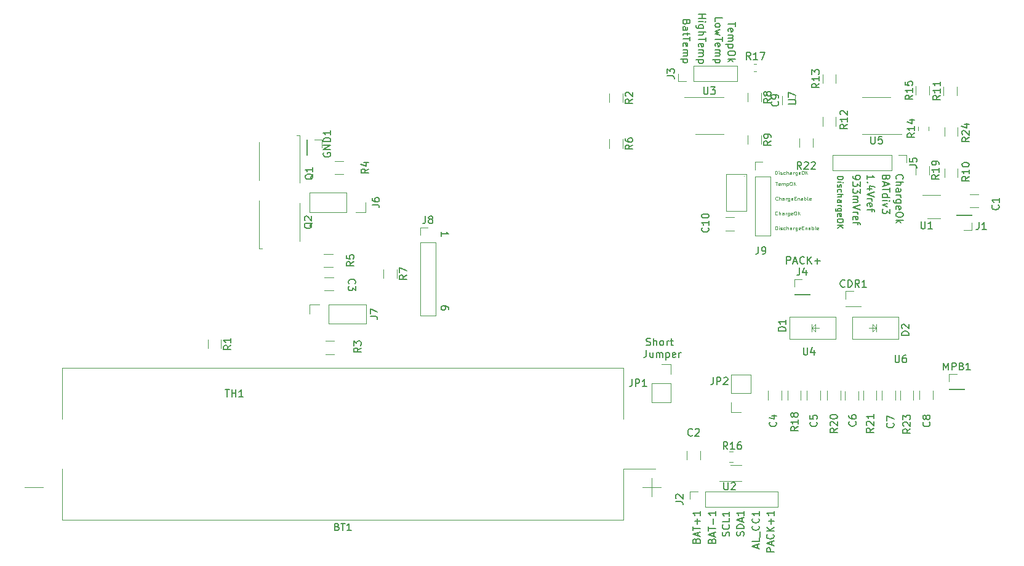
<source format=gbr>
G04 #@! TF.GenerationSoftware,KiCad,Pcbnew,(5.1.0)-1*
G04 #@! TF.CreationDate,2019-12-18T17:57:52-04:00*
G04 #@! TF.ProjectId,Main,4d61696e-2e6b-4696-9361-645f70636258,rev?*
G04 #@! TF.SameCoordinates,Original*
G04 #@! TF.FileFunction,Legend,Top*
G04 #@! TF.FilePolarity,Positive*
%FSLAX46Y46*%
G04 Gerber Fmt 4.6, Leading zero omitted, Abs format (unit mm)*
G04 Created by KiCad (PCBNEW (5.1.0)-1) date 2019-12-18 17:57:52*
%MOMM*%
%LPD*%
G04 APERTURE LIST*
%ADD10C,0.150000*%
%ADD11C,0.125000*%
%ADD12C,0.120000*%
G04 APERTURE END LIST*
D10*
X166743333Y-86955761D02*
X166886190Y-87003380D01*
X167124285Y-87003380D01*
X167219523Y-86955761D01*
X167267142Y-86908142D01*
X167314761Y-86812904D01*
X167314761Y-86717666D01*
X167267142Y-86622428D01*
X167219523Y-86574809D01*
X167124285Y-86527190D01*
X166933809Y-86479571D01*
X166838571Y-86431952D01*
X166790952Y-86384333D01*
X166743333Y-86289095D01*
X166743333Y-86193857D01*
X166790952Y-86098619D01*
X166838571Y-86051000D01*
X166933809Y-86003380D01*
X167171904Y-86003380D01*
X167314761Y-86051000D01*
X167743333Y-87003380D02*
X167743333Y-86003380D01*
X168171904Y-87003380D02*
X168171904Y-86479571D01*
X168124285Y-86384333D01*
X168029047Y-86336714D01*
X167886190Y-86336714D01*
X167790952Y-86384333D01*
X167743333Y-86431952D01*
X168790952Y-87003380D02*
X168695714Y-86955761D01*
X168648095Y-86908142D01*
X168600476Y-86812904D01*
X168600476Y-86527190D01*
X168648095Y-86431952D01*
X168695714Y-86384333D01*
X168790952Y-86336714D01*
X168933809Y-86336714D01*
X169029047Y-86384333D01*
X169076666Y-86431952D01*
X169124285Y-86527190D01*
X169124285Y-86812904D01*
X169076666Y-86908142D01*
X169029047Y-86955761D01*
X168933809Y-87003380D01*
X168790952Y-87003380D01*
X169552857Y-87003380D02*
X169552857Y-86336714D01*
X169552857Y-86527190D02*
X169600476Y-86431952D01*
X169648095Y-86384333D01*
X169743333Y-86336714D01*
X169838571Y-86336714D01*
X170029047Y-86336714D02*
X170410000Y-86336714D01*
X170171904Y-86003380D02*
X170171904Y-86860523D01*
X170219523Y-86955761D01*
X170314761Y-87003380D01*
X170410000Y-87003380D01*
X166743333Y-87653380D02*
X166743333Y-88367666D01*
X166695714Y-88510523D01*
X166600476Y-88605761D01*
X166457619Y-88653380D01*
X166362380Y-88653380D01*
X167648095Y-87986714D02*
X167648095Y-88653380D01*
X167219523Y-87986714D02*
X167219523Y-88510523D01*
X167267142Y-88605761D01*
X167362380Y-88653380D01*
X167505238Y-88653380D01*
X167600476Y-88605761D01*
X167648095Y-88558142D01*
X168124285Y-88653380D02*
X168124285Y-87986714D01*
X168124285Y-88081952D02*
X168171904Y-88034333D01*
X168267142Y-87986714D01*
X168410000Y-87986714D01*
X168505238Y-88034333D01*
X168552857Y-88129571D01*
X168552857Y-88653380D01*
X168552857Y-88129571D02*
X168600476Y-88034333D01*
X168695714Y-87986714D01*
X168838571Y-87986714D01*
X168933809Y-88034333D01*
X168981428Y-88129571D01*
X168981428Y-88653380D01*
X169457619Y-87986714D02*
X169457619Y-88986714D01*
X169457619Y-88034333D02*
X169552857Y-87986714D01*
X169743333Y-87986714D01*
X169838571Y-88034333D01*
X169886190Y-88081952D01*
X169933809Y-88177190D01*
X169933809Y-88462904D01*
X169886190Y-88558142D01*
X169838571Y-88605761D01*
X169743333Y-88653380D01*
X169552857Y-88653380D01*
X169457619Y-88605761D01*
X170743333Y-88605761D02*
X170648095Y-88653380D01*
X170457619Y-88653380D01*
X170362380Y-88605761D01*
X170314761Y-88510523D01*
X170314761Y-88129571D01*
X170362380Y-88034333D01*
X170457619Y-87986714D01*
X170648095Y-87986714D01*
X170743333Y-88034333D01*
X170790952Y-88129571D01*
X170790952Y-88224809D01*
X170314761Y-88320047D01*
X171219523Y-88653380D02*
X171219523Y-87986714D01*
X171219523Y-88177190D02*
X171267142Y-88081952D01*
X171314761Y-88034333D01*
X171410000Y-87986714D01*
X171505238Y-87986714D01*
X201179157Y-64113114D02*
X201131538Y-64065495D01*
X201083919Y-63922638D01*
X201083919Y-63827400D01*
X201131538Y-63684542D01*
X201226776Y-63589304D01*
X201322014Y-63541685D01*
X201512490Y-63494066D01*
X201655347Y-63494066D01*
X201845823Y-63541685D01*
X201941061Y-63589304D01*
X202036300Y-63684542D01*
X202083919Y-63827400D01*
X202083919Y-63922638D01*
X202036300Y-64065495D01*
X201988680Y-64113114D01*
X201083919Y-64541685D02*
X202083919Y-64541685D01*
X201083919Y-64970257D02*
X201607728Y-64970257D01*
X201702966Y-64922638D01*
X201750585Y-64827400D01*
X201750585Y-64684542D01*
X201702966Y-64589304D01*
X201655347Y-64541685D01*
X201083919Y-65875019D02*
X201607728Y-65875019D01*
X201702966Y-65827400D01*
X201750585Y-65732161D01*
X201750585Y-65541685D01*
X201702966Y-65446447D01*
X201131538Y-65875019D02*
X201083919Y-65779780D01*
X201083919Y-65541685D01*
X201131538Y-65446447D01*
X201226776Y-65398828D01*
X201322014Y-65398828D01*
X201417252Y-65446447D01*
X201464871Y-65541685D01*
X201464871Y-65779780D01*
X201512490Y-65875019D01*
X201083919Y-66351209D02*
X201750585Y-66351209D01*
X201560109Y-66351209D02*
X201655347Y-66398828D01*
X201702966Y-66446447D01*
X201750585Y-66541685D01*
X201750585Y-66636923D01*
X201750585Y-67398828D02*
X200941061Y-67398828D01*
X200845823Y-67351209D01*
X200798204Y-67303590D01*
X200750585Y-67208352D01*
X200750585Y-67065495D01*
X200798204Y-66970257D01*
X201131538Y-67398828D02*
X201083919Y-67303590D01*
X201083919Y-67113114D01*
X201131538Y-67017876D01*
X201179157Y-66970257D01*
X201274395Y-66922638D01*
X201560109Y-66922638D01*
X201655347Y-66970257D01*
X201702966Y-67017876D01*
X201750585Y-67113114D01*
X201750585Y-67303590D01*
X201702966Y-67398828D01*
X201131538Y-68255971D02*
X201083919Y-68160733D01*
X201083919Y-67970257D01*
X201131538Y-67875019D01*
X201226776Y-67827400D01*
X201607728Y-67827400D01*
X201702966Y-67875019D01*
X201750585Y-67970257D01*
X201750585Y-68160733D01*
X201702966Y-68255971D01*
X201607728Y-68303590D01*
X201512490Y-68303590D01*
X201417252Y-67827400D01*
X202083919Y-68922638D02*
X202083919Y-69113114D01*
X202036300Y-69208352D01*
X201941061Y-69303590D01*
X201750585Y-69351209D01*
X201417252Y-69351209D01*
X201226776Y-69303590D01*
X201131538Y-69208352D01*
X201083919Y-69113114D01*
X201083919Y-68922638D01*
X201131538Y-68827400D01*
X201226776Y-68732161D01*
X201417252Y-68684542D01*
X201750585Y-68684542D01*
X201941061Y-68732161D01*
X202036300Y-68827400D01*
X202083919Y-68922638D01*
X201083919Y-69779780D02*
X202083919Y-69779780D01*
X201464871Y-69875019D02*
X201083919Y-70160733D01*
X201750585Y-70160733D02*
X201369633Y-69779780D01*
X186031476Y-75776080D02*
X186031476Y-74776080D01*
X186412428Y-74776080D01*
X186507666Y-74823700D01*
X186555285Y-74871319D01*
X186602904Y-74966557D01*
X186602904Y-75109414D01*
X186555285Y-75204652D01*
X186507666Y-75252271D01*
X186412428Y-75299890D01*
X186031476Y-75299890D01*
X186983857Y-75490366D02*
X187460047Y-75490366D01*
X186888619Y-75776080D02*
X187221952Y-74776080D01*
X187555285Y-75776080D01*
X188460047Y-75680842D02*
X188412428Y-75728461D01*
X188269571Y-75776080D01*
X188174333Y-75776080D01*
X188031476Y-75728461D01*
X187936238Y-75633223D01*
X187888619Y-75537985D01*
X187841000Y-75347509D01*
X187841000Y-75204652D01*
X187888619Y-75014176D01*
X187936238Y-74918938D01*
X188031476Y-74823700D01*
X188174333Y-74776080D01*
X188269571Y-74776080D01*
X188412428Y-74823700D01*
X188460047Y-74871319D01*
X188888619Y-75776080D02*
X188888619Y-74776080D01*
X189460047Y-75776080D02*
X189031476Y-75204652D01*
X189460047Y-74776080D02*
X188888619Y-75347509D01*
X189888619Y-75395128D02*
X190650523Y-75395128D01*
X190269571Y-75776080D02*
X190269571Y-75014176D01*
X139498319Y-82029276D02*
X139498319Y-81838800D01*
X139450700Y-81743561D01*
X139403080Y-81695942D01*
X139260223Y-81600704D01*
X139069747Y-81553085D01*
X138688795Y-81553085D01*
X138593557Y-81600704D01*
X138545938Y-81648323D01*
X138498319Y-81743561D01*
X138498319Y-81934038D01*
X138545938Y-82029276D01*
X138593557Y-82076895D01*
X138688795Y-82124514D01*
X138926890Y-82124514D01*
X139022128Y-82076895D01*
X139069747Y-82029276D01*
X139117366Y-81934038D01*
X139117366Y-81743561D01*
X139069747Y-81648323D01*
X139022128Y-81600704D01*
X138926890Y-81553085D01*
X138536419Y-71951814D02*
X138536419Y-71380385D01*
X138536419Y-71666100D02*
X139536419Y-71666100D01*
X139393561Y-71570861D01*
X139298323Y-71475623D01*
X139250704Y-71380385D01*
X184284880Y-115434714D02*
X183284880Y-115434714D01*
X183284880Y-115053761D01*
X183332500Y-114958523D01*
X183380119Y-114910904D01*
X183475357Y-114863285D01*
X183618214Y-114863285D01*
X183713452Y-114910904D01*
X183761071Y-114958523D01*
X183808690Y-115053761D01*
X183808690Y-115434714D01*
X183999166Y-114482333D02*
X183999166Y-114006142D01*
X184284880Y-114577571D02*
X183284880Y-114244238D01*
X184284880Y-113910904D01*
X184189642Y-113006142D02*
X184237261Y-113053761D01*
X184284880Y-113196619D01*
X184284880Y-113291857D01*
X184237261Y-113434714D01*
X184142023Y-113529952D01*
X184046785Y-113577571D01*
X183856309Y-113625190D01*
X183713452Y-113625190D01*
X183522976Y-113577571D01*
X183427738Y-113529952D01*
X183332500Y-113434714D01*
X183284880Y-113291857D01*
X183284880Y-113196619D01*
X183332500Y-113053761D01*
X183380119Y-113006142D01*
X184284880Y-112577571D02*
X183284880Y-112577571D01*
X184284880Y-112006142D02*
X183713452Y-112434714D01*
X183284880Y-112006142D02*
X183856309Y-112577571D01*
X183903928Y-111577571D02*
X183903928Y-110815666D01*
X184284880Y-111196619D02*
X183522976Y-111196619D01*
X184284880Y-109815666D02*
X184284880Y-110387095D01*
X184284880Y-110101380D02*
X183284880Y-110101380D01*
X183427738Y-110196619D01*
X183522976Y-110291857D01*
X183570595Y-110387095D01*
X182005266Y-114869600D02*
X182005266Y-114393409D01*
X182290980Y-114964838D02*
X181290980Y-114631504D01*
X182290980Y-114298171D01*
X182290980Y-113488647D02*
X182290980Y-113964838D01*
X181290980Y-113964838D01*
X182386219Y-113393409D02*
X182386219Y-112631504D01*
X182195742Y-111821980D02*
X182243361Y-111869600D01*
X182290980Y-112012457D01*
X182290980Y-112107695D01*
X182243361Y-112250552D01*
X182148123Y-112345790D01*
X182052885Y-112393409D01*
X181862409Y-112441028D01*
X181719552Y-112441028D01*
X181529076Y-112393409D01*
X181433838Y-112345790D01*
X181338600Y-112250552D01*
X181290980Y-112107695D01*
X181290980Y-112012457D01*
X181338600Y-111869600D01*
X181386219Y-111821980D01*
X182195742Y-110821980D02*
X182243361Y-110869600D01*
X182290980Y-111012457D01*
X182290980Y-111107695D01*
X182243361Y-111250552D01*
X182148123Y-111345790D01*
X182052885Y-111393409D01*
X181862409Y-111441028D01*
X181719552Y-111441028D01*
X181529076Y-111393409D01*
X181433838Y-111345790D01*
X181338600Y-111250552D01*
X181290980Y-111107695D01*
X181290980Y-111012457D01*
X181338600Y-110869600D01*
X181386219Y-110821980D01*
X182290980Y-109869600D02*
X182290980Y-110441028D01*
X182290980Y-110155314D02*
X181290980Y-110155314D01*
X181433838Y-110250552D01*
X181529076Y-110345790D01*
X181576695Y-110441028D01*
X180122461Y-113209176D02*
X180170080Y-113066319D01*
X180170080Y-112828223D01*
X180122461Y-112732985D01*
X180074842Y-112685366D01*
X179979604Y-112637747D01*
X179884366Y-112637747D01*
X179789128Y-112685366D01*
X179741509Y-112732985D01*
X179693890Y-112828223D01*
X179646271Y-113018700D01*
X179598652Y-113113938D01*
X179551033Y-113161557D01*
X179455795Y-113209176D01*
X179360557Y-113209176D01*
X179265319Y-113161557D01*
X179217700Y-113113938D01*
X179170080Y-113018700D01*
X179170080Y-112780604D01*
X179217700Y-112637747D01*
X180170080Y-112209176D02*
X179170080Y-112209176D01*
X179170080Y-111971080D01*
X179217700Y-111828223D01*
X179312938Y-111732985D01*
X179408176Y-111685366D01*
X179598652Y-111637747D01*
X179741509Y-111637747D01*
X179931985Y-111685366D01*
X180027223Y-111732985D01*
X180122461Y-111828223D01*
X180170080Y-111971080D01*
X180170080Y-112209176D01*
X179884366Y-111256795D02*
X179884366Y-110780604D01*
X180170080Y-111352033D02*
X179170080Y-111018700D01*
X180170080Y-110685366D01*
X180170080Y-109828223D02*
X180170080Y-110399652D01*
X180170080Y-110113938D02*
X179170080Y-110113938D01*
X179312938Y-110209176D01*
X179408176Y-110304414D01*
X179455795Y-110399652D01*
X178128561Y-113248866D02*
X178176180Y-113106009D01*
X178176180Y-112867914D01*
X178128561Y-112772676D01*
X178080942Y-112725057D01*
X177985704Y-112677438D01*
X177890466Y-112677438D01*
X177795228Y-112725057D01*
X177747609Y-112772676D01*
X177699990Y-112867914D01*
X177652371Y-113058390D01*
X177604752Y-113153628D01*
X177557133Y-113201247D01*
X177461895Y-113248866D01*
X177366657Y-113248866D01*
X177271419Y-113201247D01*
X177223800Y-113153628D01*
X177176180Y-113058390D01*
X177176180Y-112820295D01*
X177223800Y-112677438D01*
X178080942Y-111677438D02*
X178128561Y-111725057D01*
X178176180Y-111867914D01*
X178176180Y-111963152D01*
X178128561Y-112106009D01*
X178033323Y-112201247D01*
X177938085Y-112248866D01*
X177747609Y-112296485D01*
X177604752Y-112296485D01*
X177414276Y-112248866D01*
X177319038Y-112201247D01*
X177223800Y-112106009D01*
X177176180Y-111963152D01*
X177176180Y-111867914D01*
X177223800Y-111725057D01*
X177271419Y-111677438D01*
X178176180Y-110772676D02*
X178176180Y-111248866D01*
X177176180Y-111248866D01*
X178176180Y-109915533D02*
X178176180Y-110486961D01*
X178176180Y-110201247D02*
X177176180Y-110201247D01*
X177319038Y-110296485D01*
X177414276Y-110391723D01*
X177461895Y-110486961D01*
X175760071Y-113885433D02*
X175807690Y-113742576D01*
X175855309Y-113694957D01*
X175950547Y-113647338D01*
X176093404Y-113647338D01*
X176188642Y-113694957D01*
X176236261Y-113742576D01*
X176283880Y-113837814D01*
X176283880Y-114218766D01*
X175283880Y-114218766D01*
X175283880Y-113885433D01*
X175331500Y-113790195D01*
X175379119Y-113742576D01*
X175474357Y-113694957D01*
X175569595Y-113694957D01*
X175664833Y-113742576D01*
X175712452Y-113790195D01*
X175760071Y-113885433D01*
X175760071Y-114218766D01*
X175998166Y-113266385D02*
X175998166Y-112790195D01*
X176283880Y-113361623D02*
X175283880Y-113028290D01*
X176283880Y-112694957D01*
X175283880Y-112504480D02*
X175283880Y-111933052D01*
X176283880Y-112218766D02*
X175283880Y-112218766D01*
X175902928Y-111599719D02*
X175902928Y-110837814D01*
X176283880Y-109837814D02*
X176283880Y-110409242D01*
X176283880Y-110123528D02*
X175283880Y-110123528D01*
X175426738Y-110218766D01*
X175521976Y-110314004D01*
X175569595Y-110409242D01*
X173601071Y-113860033D02*
X173648690Y-113717176D01*
X173696309Y-113669557D01*
X173791547Y-113621938D01*
X173934404Y-113621938D01*
X174029642Y-113669557D01*
X174077261Y-113717176D01*
X174124880Y-113812414D01*
X174124880Y-114193366D01*
X173124880Y-114193366D01*
X173124880Y-113860033D01*
X173172500Y-113764795D01*
X173220119Y-113717176D01*
X173315357Y-113669557D01*
X173410595Y-113669557D01*
X173505833Y-113717176D01*
X173553452Y-113764795D01*
X173601071Y-113860033D01*
X173601071Y-114193366D01*
X173839166Y-113240985D02*
X173839166Y-112764795D01*
X174124880Y-113336223D02*
X173124880Y-113002890D01*
X174124880Y-112669557D01*
X173124880Y-112479080D02*
X173124880Y-111907652D01*
X174124880Y-112193366D02*
X173124880Y-112193366D01*
X173743928Y-111574319D02*
X173743928Y-110812414D01*
X174124880Y-111193366D02*
X173362976Y-111193366D01*
X174124880Y-109812414D02*
X174124880Y-110383842D01*
X174124880Y-110098128D02*
X173124880Y-110098128D01*
X173267738Y-110193366D01*
X173362976Y-110288604D01*
X173410595Y-110383842D01*
D11*
X184487714Y-71092190D02*
X184487714Y-70592190D01*
X184606761Y-70592190D01*
X184678190Y-70616000D01*
X184725809Y-70663619D01*
X184749619Y-70711238D01*
X184773428Y-70806476D01*
X184773428Y-70877904D01*
X184749619Y-70973142D01*
X184725809Y-71020761D01*
X184678190Y-71068380D01*
X184606761Y-71092190D01*
X184487714Y-71092190D01*
X184987714Y-71092190D02*
X184987714Y-70758857D01*
X184987714Y-70592190D02*
X184963904Y-70616000D01*
X184987714Y-70639809D01*
X185011523Y-70616000D01*
X184987714Y-70592190D01*
X184987714Y-70639809D01*
X185202000Y-71068380D02*
X185249619Y-71092190D01*
X185344857Y-71092190D01*
X185392476Y-71068380D01*
X185416285Y-71020761D01*
X185416285Y-70996952D01*
X185392476Y-70949333D01*
X185344857Y-70925523D01*
X185273428Y-70925523D01*
X185225809Y-70901714D01*
X185202000Y-70854095D01*
X185202000Y-70830285D01*
X185225809Y-70782666D01*
X185273428Y-70758857D01*
X185344857Y-70758857D01*
X185392476Y-70782666D01*
X185844857Y-71068380D02*
X185797238Y-71092190D01*
X185702000Y-71092190D01*
X185654380Y-71068380D01*
X185630571Y-71044571D01*
X185606761Y-70996952D01*
X185606761Y-70854095D01*
X185630571Y-70806476D01*
X185654380Y-70782666D01*
X185702000Y-70758857D01*
X185797238Y-70758857D01*
X185844857Y-70782666D01*
X186059142Y-71092190D02*
X186059142Y-70592190D01*
X186273428Y-71092190D02*
X186273428Y-70830285D01*
X186249619Y-70782666D01*
X186202000Y-70758857D01*
X186130571Y-70758857D01*
X186082952Y-70782666D01*
X186059142Y-70806476D01*
X186725809Y-71092190D02*
X186725809Y-70830285D01*
X186702000Y-70782666D01*
X186654380Y-70758857D01*
X186559142Y-70758857D01*
X186511523Y-70782666D01*
X186725809Y-71068380D02*
X186678190Y-71092190D01*
X186559142Y-71092190D01*
X186511523Y-71068380D01*
X186487714Y-71020761D01*
X186487714Y-70973142D01*
X186511523Y-70925523D01*
X186559142Y-70901714D01*
X186678190Y-70901714D01*
X186725809Y-70877904D01*
X186963904Y-71092190D02*
X186963904Y-70758857D01*
X186963904Y-70854095D02*
X186987714Y-70806476D01*
X187011523Y-70782666D01*
X187059142Y-70758857D01*
X187106761Y-70758857D01*
X187487714Y-70758857D02*
X187487714Y-71163619D01*
X187463904Y-71211238D01*
X187440095Y-71235047D01*
X187392476Y-71258857D01*
X187321047Y-71258857D01*
X187273428Y-71235047D01*
X187487714Y-71068380D02*
X187440095Y-71092190D01*
X187344857Y-71092190D01*
X187297238Y-71068380D01*
X187273428Y-71044571D01*
X187249619Y-70996952D01*
X187249619Y-70854095D01*
X187273428Y-70806476D01*
X187297238Y-70782666D01*
X187344857Y-70758857D01*
X187440095Y-70758857D01*
X187487714Y-70782666D01*
X187916285Y-71068380D02*
X187868666Y-71092190D01*
X187773428Y-71092190D01*
X187725809Y-71068380D01*
X187702000Y-71020761D01*
X187702000Y-70830285D01*
X187725809Y-70782666D01*
X187773428Y-70758857D01*
X187868666Y-70758857D01*
X187916285Y-70782666D01*
X187940095Y-70830285D01*
X187940095Y-70877904D01*
X187702000Y-70925523D01*
X188154380Y-70830285D02*
X188321047Y-70830285D01*
X188392476Y-71092190D02*
X188154380Y-71092190D01*
X188154380Y-70592190D01*
X188392476Y-70592190D01*
X188606761Y-70758857D02*
X188606761Y-71092190D01*
X188606761Y-70806476D02*
X188630571Y-70782666D01*
X188678190Y-70758857D01*
X188749619Y-70758857D01*
X188797238Y-70782666D01*
X188821047Y-70830285D01*
X188821047Y-71092190D01*
X189273428Y-71092190D02*
X189273428Y-70830285D01*
X189249619Y-70782666D01*
X189202000Y-70758857D01*
X189106761Y-70758857D01*
X189059142Y-70782666D01*
X189273428Y-71068380D02*
X189225809Y-71092190D01*
X189106761Y-71092190D01*
X189059142Y-71068380D01*
X189035333Y-71020761D01*
X189035333Y-70973142D01*
X189059142Y-70925523D01*
X189106761Y-70901714D01*
X189225809Y-70901714D01*
X189273428Y-70877904D01*
X189511523Y-71092190D02*
X189511523Y-70592190D01*
X189511523Y-70782666D02*
X189559142Y-70758857D01*
X189654380Y-70758857D01*
X189702000Y-70782666D01*
X189725809Y-70806476D01*
X189749619Y-70854095D01*
X189749619Y-70996952D01*
X189725809Y-71044571D01*
X189702000Y-71068380D01*
X189654380Y-71092190D01*
X189559142Y-71092190D01*
X189511523Y-71068380D01*
X190035333Y-71092190D02*
X189987714Y-71068380D01*
X189963904Y-71020761D01*
X189963904Y-70592190D01*
X190416285Y-71068380D02*
X190368666Y-71092190D01*
X190273428Y-71092190D01*
X190225809Y-71068380D01*
X190202000Y-71020761D01*
X190202000Y-70830285D01*
X190225809Y-70782666D01*
X190273428Y-70758857D01*
X190368666Y-70758857D01*
X190416285Y-70782666D01*
X190440095Y-70830285D01*
X190440095Y-70877904D01*
X190202000Y-70925523D01*
X184777238Y-69012571D02*
X184753428Y-69036380D01*
X184682000Y-69060190D01*
X184634380Y-69060190D01*
X184562952Y-69036380D01*
X184515333Y-68988761D01*
X184491523Y-68941142D01*
X184467714Y-68845904D01*
X184467714Y-68774476D01*
X184491523Y-68679238D01*
X184515333Y-68631619D01*
X184562952Y-68584000D01*
X184634380Y-68560190D01*
X184682000Y-68560190D01*
X184753428Y-68584000D01*
X184777238Y-68607809D01*
X184991523Y-69060190D02*
X184991523Y-68560190D01*
X185205809Y-69060190D02*
X185205809Y-68798285D01*
X185182000Y-68750666D01*
X185134380Y-68726857D01*
X185062952Y-68726857D01*
X185015333Y-68750666D01*
X184991523Y-68774476D01*
X185658190Y-69060190D02*
X185658190Y-68798285D01*
X185634380Y-68750666D01*
X185586761Y-68726857D01*
X185491523Y-68726857D01*
X185443904Y-68750666D01*
X185658190Y-69036380D02*
X185610571Y-69060190D01*
X185491523Y-69060190D01*
X185443904Y-69036380D01*
X185420095Y-68988761D01*
X185420095Y-68941142D01*
X185443904Y-68893523D01*
X185491523Y-68869714D01*
X185610571Y-68869714D01*
X185658190Y-68845904D01*
X185896285Y-69060190D02*
X185896285Y-68726857D01*
X185896285Y-68822095D02*
X185920095Y-68774476D01*
X185943904Y-68750666D01*
X185991523Y-68726857D01*
X186039142Y-68726857D01*
X186420095Y-68726857D02*
X186420095Y-69131619D01*
X186396285Y-69179238D01*
X186372476Y-69203047D01*
X186324857Y-69226857D01*
X186253428Y-69226857D01*
X186205809Y-69203047D01*
X186420095Y-69036380D02*
X186372476Y-69060190D01*
X186277238Y-69060190D01*
X186229619Y-69036380D01*
X186205809Y-69012571D01*
X186182000Y-68964952D01*
X186182000Y-68822095D01*
X186205809Y-68774476D01*
X186229619Y-68750666D01*
X186277238Y-68726857D01*
X186372476Y-68726857D01*
X186420095Y-68750666D01*
X186848666Y-69036380D02*
X186801047Y-69060190D01*
X186705809Y-69060190D01*
X186658190Y-69036380D01*
X186634380Y-68988761D01*
X186634380Y-68798285D01*
X186658190Y-68750666D01*
X186705809Y-68726857D01*
X186801047Y-68726857D01*
X186848666Y-68750666D01*
X186872476Y-68798285D01*
X186872476Y-68845904D01*
X186634380Y-68893523D01*
X187182000Y-68560190D02*
X187277238Y-68560190D01*
X187324857Y-68584000D01*
X187372476Y-68631619D01*
X187396285Y-68726857D01*
X187396285Y-68893523D01*
X187372476Y-68988761D01*
X187324857Y-69036380D01*
X187277238Y-69060190D01*
X187182000Y-69060190D01*
X187134380Y-69036380D01*
X187086761Y-68988761D01*
X187062952Y-68893523D01*
X187062952Y-68726857D01*
X187086761Y-68631619D01*
X187134380Y-68584000D01*
X187182000Y-68560190D01*
X187610571Y-69060190D02*
X187610571Y-68560190D01*
X187896285Y-69060190D02*
X187682000Y-68774476D01*
X187896285Y-68560190D02*
X187610571Y-68845904D01*
X184801142Y-66980571D02*
X184777333Y-67004380D01*
X184705904Y-67028190D01*
X184658285Y-67028190D01*
X184586857Y-67004380D01*
X184539238Y-66956761D01*
X184515428Y-66909142D01*
X184491619Y-66813904D01*
X184491619Y-66742476D01*
X184515428Y-66647238D01*
X184539238Y-66599619D01*
X184586857Y-66552000D01*
X184658285Y-66528190D01*
X184705904Y-66528190D01*
X184777333Y-66552000D01*
X184801142Y-66575809D01*
X185015428Y-67028190D02*
X185015428Y-66528190D01*
X185229714Y-67028190D02*
X185229714Y-66766285D01*
X185205904Y-66718666D01*
X185158285Y-66694857D01*
X185086857Y-66694857D01*
X185039238Y-66718666D01*
X185015428Y-66742476D01*
X185682095Y-67028190D02*
X185682095Y-66766285D01*
X185658285Y-66718666D01*
X185610666Y-66694857D01*
X185515428Y-66694857D01*
X185467809Y-66718666D01*
X185682095Y-67004380D02*
X185634476Y-67028190D01*
X185515428Y-67028190D01*
X185467809Y-67004380D01*
X185444000Y-66956761D01*
X185444000Y-66909142D01*
X185467809Y-66861523D01*
X185515428Y-66837714D01*
X185634476Y-66837714D01*
X185682095Y-66813904D01*
X185920190Y-67028190D02*
X185920190Y-66694857D01*
X185920190Y-66790095D02*
X185944000Y-66742476D01*
X185967809Y-66718666D01*
X186015428Y-66694857D01*
X186063047Y-66694857D01*
X186444000Y-66694857D02*
X186444000Y-67099619D01*
X186420190Y-67147238D01*
X186396380Y-67171047D01*
X186348761Y-67194857D01*
X186277333Y-67194857D01*
X186229714Y-67171047D01*
X186444000Y-67004380D02*
X186396380Y-67028190D01*
X186301142Y-67028190D01*
X186253523Y-67004380D01*
X186229714Y-66980571D01*
X186205904Y-66932952D01*
X186205904Y-66790095D01*
X186229714Y-66742476D01*
X186253523Y-66718666D01*
X186301142Y-66694857D01*
X186396380Y-66694857D01*
X186444000Y-66718666D01*
X186872571Y-67004380D02*
X186824952Y-67028190D01*
X186729714Y-67028190D01*
X186682095Y-67004380D01*
X186658285Y-66956761D01*
X186658285Y-66766285D01*
X186682095Y-66718666D01*
X186729714Y-66694857D01*
X186824952Y-66694857D01*
X186872571Y-66718666D01*
X186896380Y-66766285D01*
X186896380Y-66813904D01*
X186658285Y-66861523D01*
X187110666Y-66766285D02*
X187277333Y-66766285D01*
X187348761Y-67028190D02*
X187110666Y-67028190D01*
X187110666Y-66528190D01*
X187348761Y-66528190D01*
X187563047Y-66694857D02*
X187563047Y-67028190D01*
X187563047Y-66742476D02*
X187586857Y-66718666D01*
X187634476Y-66694857D01*
X187705904Y-66694857D01*
X187753523Y-66718666D01*
X187777333Y-66766285D01*
X187777333Y-67028190D01*
X188229714Y-67028190D02*
X188229714Y-66766285D01*
X188205904Y-66718666D01*
X188158285Y-66694857D01*
X188063047Y-66694857D01*
X188015428Y-66718666D01*
X188229714Y-67004380D02*
X188182095Y-67028190D01*
X188063047Y-67028190D01*
X188015428Y-67004380D01*
X187991619Y-66956761D01*
X187991619Y-66909142D01*
X188015428Y-66861523D01*
X188063047Y-66837714D01*
X188182095Y-66837714D01*
X188229714Y-66813904D01*
X188467809Y-67028190D02*
X188467809Y-66528190D01*
X188467809Y-66718666D02*
X188515428Y-66694857D01*
X188610666Y-66694857D01*
X188658285Y-66718666D01*
X188682095Y-66742476D01*
X188705904Y-66790095D01*
X188705904Y-66932952D01*
X188682095Y-66980571D01*
X188658285Y-67004380D01*
X188610666Y-67028190D01*
X188515428Y-67028190D01*
X188467809Y-67004380D01*
X188991619Y-67028190D02*
X188944000Y-67004380D01*
X188920190Y-66956761D01*
X188920190Y-66528190D01*
X189372571Y-67004380D02*
X189324952Y-67028190D01*
X189229714Y-67028190D01*
X189182095Y-67004380D01*
X189158285Y-66956761D01*
X189158285Y-66766285D01*
X189182095Y-66718666D01*
X189229714Y-66694857D01*
X189324952Y-66694857D01*
X189372571Y-66718666D01*
X189396380Y-66766285D01*
X189396380Y-66813904D01*
X189158285Y-66861523D01*
X184499428Y-64496190D02*
X184785142Y-64496190D01*
X184642285Y-64996190D02*
X184642285Y-64496190D01*
X185142285Y-64972380D02*
X185094666Y-64996190D01*
X184999428Y-64996190D01*
X184951809Y-64972380D01*
X184928000Y-64924761D01*
X184928000Y-64734285D01*
X184951809Y-64686666D01*
X184999428Y-64662857D01*
X185094666Y-64662857D01*
X185142285Y-64686666D01*
X185166095Y-64734285D01*
X185166095Y-64781904D01*
X184928000Y-64829523D01*
X185380380Y-64996190D02*
X185380380Y-64662857D01*
X185380380Y-64710476D02*
X185404190Y-64686666D01*
X185451809Y-64662857D01*
X185523238Y-64662857D01*
X185570857Y-64686666D01*
X185594666Y-64734285D01*
X185594666Y-64996190D01*
X185594666Y-64734285D02*
X185618476Y-64686666D01*
X185666095Y-64662857D01*
X185737523Y-64662857D01*
X185785142Y-64686666D01*
X185808952Y-64734285D01*
X185808952Y-64996190D01*
X186047047Y-64662857D02*
X186047047Y-65162857D01*
X186047047Y-64686666D02*
X186094666Y-64662857D01*
X186189904Y-64662857D01*
X186237523Y-64686666D01*
X186261333Y-64710476D01*
X186285142Y-64758095D01*
X186285142Y-64900952D01*
X186261333Y-64948571D01*
X186237523Y-64972380D01*
X186189904Y-64996190D01*
X186094666Y-64996190D01*
X186047047Y-64972380D01*
X186594666Y-64496190D02*
X186689904Y-64496190D01*
X186737523Y-64520000D01*
X186785142Y-64567619D01*
X186808952Y-64662857D01*
X186808952Y-64829523D01*
X186785142Y-64924761D01*
X186737523Y-64972380D01*
X186689904Y-64996190D01*
X186594666Y-64996190D01*
X186547047Y-64972380D01*
X186499428Y-64924761D01*
X186475619Y-64829523D01*
X186475619Y-64662857D01*
X186499428Y-64567619D01*
X186547047Y-64520000D01*
X186594666Y-64496190D01*
X187023238Y-64996190D02*
X187023238Y-64496190D01*
X187308952Y-64996190D02*
X187094666Y-64710476D01*
X187308952Y-64496190D02*
X187023238Y-64781904D01*
X184463809Y-63472190D02*
X184463809Y-62972190D01*
X184582857Y-62972190D01*
X184654285Y-62996000D01*
X184701904Y-63043619D01*
X184725714Y-63091238D01*
X184749523Y-63186476D01*
X184749523Y-63257904D01*
X184725714Y-63353142D01*
X184701904Y-63400761D01*
X184654285Y-63448380D01*
X184582857Y-63472190D01*
X184463809Y-63472190D01*
X184963809Y-63472190D02*
X184963809Y-63138857D01*
X184963809Y-62972190D02*
X184940000Y-62996000D01*
X184963809Y-63019809D01*
X184987619Y-62996000D01*
X184963809Y-62972190D01*
X184963809Y-63019809D01*
X185178095Y-63448380D02*
X185225714Y-63472190D01*
X185320952Y-63472190D01*
X185368571Y-63448380D01*
X185392380Y-63400761D01*
X185392380Y-63376952D01*
X185368571Y-63329333D01*
X185320952Y-63305523D01*
X185249523Y-63305523D01*
X185201904Y-63281714D01*
X185178095Y-63234095D01*
X185178095Y-63210285D01*
X185201904Y-63162666D01*
X185249523Y-63138857D01*
X185320952Y-63138857D01*
X185368571Y-63162666D01*
X185820952Y-63448380D02*
X185773333Y-63472190D01*
X185678095Y-63472190D01*
X185630476Y-63448380D01*
X185606666Y-63424571D01*
X185582857Y-63376952D01*
X185582857Y-63234095D01*
X185606666Y-63186476D01*
X185630476Y-63162666D01*
X185678095Y-63138857D01*
X185773333Y-63138857D01*
X185820952Y-63162666D01*
X186035238Y-63472190D02*
X186035238Y-62972190D01*
X186249523Y-63472190D02*
X186249523Y-63210285D01*
X186225714Y-63162666D01*
X186178095Y-63138857D01*
X186106666Y-63138857D01*
X186059047Y-63162666D01*
X186035238Y-63186476D01*
X186701904Y-63472190D02*
X186701904Y-63210285D01*
X186678095Y-63162666D01*
X186630476Y-63138857D01*
X186535238Y-63138857D01*
X186487619Y-63162666D01*
X186701904Y-63448380D02*
X186654285Y-63472190D01*
X186535238Y-63472190D01*
X186487619Y-63448380D01*
X186463809Y-63400761D01*
X186463809Y-63353142D01*
X186487619Y-63305523D01*
X186535238Y-63281714D01*
X186654285Y-63281714D01*
X186701904Y-63257904D01*
X186940000Y-63472190D02*
X186940000Y-63138857D01*
X186940000Y-63234095D02*
X186963809Y-63186476D01*
X186987619Y-63162666D01*
X187035238Y-63138857D01*
X187082857Y-63138857D01*
X187463809Y-63138857D02*
X187463809Y-63543619D01*
X187440000Y-63591238D01*
X187416190Y-63615047D01*
X187368571Y-63638857D01*
X187297142Y-63638857D01*
X187249523Y-63615047D01*
X187463809Y-63448380D02*
X187416190Y-63472190D01*
X187320952Y-63472190D01*
X187273333Y-63448380D01*
X187249523Y-63424571D01*
X187225714Y-63376952D01*
X187225714Y-63234095D01*
X187249523Y-63186476D01*
X187273333Y-63162666D01*
X187320952Y-63138857D01*
X187416190Y-63138857D01*
X187463809Y-63162666D01*
X187892380Y-63448380D02*
X187844761Y-63472190D01*
X187749523Y-63472190D01*
X187701904Y-63448380D01*
X187678095Y-63400761D01*
X187678095Y-63210285D01*
X187701904Y-63162666D01*
X187749523Y-63138857D01*
X187844761Y-63138857D01*
X187892380Y-63162666D01*
X187916190Y-63210285D01*
X187916190Y-63257904D01*
X187678095Y-63305523D01*
X188225714Y-62972190D02*
X188320952Y-62972190D01*
X188368571Y-62996000D01*
X188416190Y-63043619D01*
X188440000Y-63138857D01*
X188440000Y-63305523D01*
X188416190Y-63400761D01*
X188368571Y-63448380D01*
X188320952Y-63472190D01*
X188225714Y-63472190D01*
X188178095Y-63448380D01*
X188130476Y-63400761D01*
X188106666Y-63305523D01*
X188106666Y-63138857D01*
X188130476Y-63043619D01*
X188178095Y-62996000D01*
X188225714Y-62972190D01*
X188654285Y-63472190D02*
X188654285Y-62972190D01*
X188940000Y-63472190D02*
X188725714Y-63186476D01*
X188940000Y-62972190D02*
X188654285Y-63257904D01*
D10*
X193046395Y-63748095D02*
X193846395Y-63748095D01*
X193846395Y-63938571D01*
X193808300Y-64052857D01*
X193732109Y-64129047D01*
X193655919Y-64167142D01*
X193503538Y-64205238D01*
X193389252Y-64205238D01*
X193236871Y-64167142D01*
X193160680Y-64129047D01*
X193084490Y-64052857D01*
X193046395Y-63938571D01*
X193046395Y-63748095D01*
X193046395Y-64548095D02*
X193579728Y-64548095D01*
X193846395Y-64548095D02*
X193808300Y-64510000D01*
X193770204Y-64548095D01*
X193808300Y-64586190D01*
X193846395Y-64548095D01*
X193770204Y-64548095D01*
X193084490Y-64890952D02*
X193046395Y-64967142D01*
X193046395Y-65119523D01*
X193084490Y-65195714D01*
X193160680Y-65233809D01*
X193198776Y-65233809D01*
X193274966Y-65195714D01*
X193313061Y-65119523D01*
X193313061Y-65005238D01*
X193351157Y-64929047D01*
X193427347Y-64890952D01*
X193465442Y-64890952D01*
X193541633Y-64929047D01*
X193579728Y-65005238D01*
X193579728Y-65119523D01*
X193541633Y-65195714D01*
X193084490Y-65919523D02*
X193046395Y-65843333D01*
X193046395Y-65690952D01*
X193084490Y-65614761D01*
X193122585Y-65576666D01*
X193198776Y-65538571D01*
X193427347Y-65538571D01*
X193503538Y-65576666D01*
X193541633Y-65614761D01*
X193579728Y-65690952D01*
X193579728Y-65843333D01*
X193541633Y-65919523D01*
X193046395Y-66262380D02*
X193846395Y-66262380D01*
X193046395Y-66605238D02*
X193465442Y-66605238D01*
X193541633Y-66567142D01*
X193579728Y-66490952D01*
X193579728Y-66376666D01*
X193541633Y-66300476D01*
X193503538Y-66262380D01*
X193046395Y-67329047D02*
X193465442Y-67329047D01*
X193541633Y-67290952D01*
X193579728Y-67214761D01*
X193579728Y-67062380D01*
X193541633Y-66986190D01*
X193084490Y-67329047D02*
X193046395Y-67252857D01*
X193046395Y-67062380D01*
X193084490Y-66986190D01*
X193160680Y-66948095D01*
X193236871Y-66948095D01*
X193313061Y-66986190D01*
X193351157Y-67062380D01*
X193351157Y-67252857D01*
X193389252Y-67329047D01*
X193046395Y-67710000D02*
X193579728Y-67710000D01*
X193427347Y-67710000D02*
X193503538Y-67748095D01*
X193541633Y-67786190D01*
X193579728Y-67862380D01*
X193579728Y-67938571D01*
X193579728Y-68548095D02*
X192932109Y-68548095D01*
X192855919Y-68510000D01*
X192817823Y-68471904D01*
X192779728Y-68395714D01*
X192779728Y-68281428D01*
X192817823Y-68205238D01*
X193084490Y-68548095D02*
X193046395Y-68471904D01*
X193046395Y-68319523D01*
X193084490Y-68243333D01*
X193122585Y-68205238D01*
X193198776Y-68167142D01*
X193427347Y-68167142D01*
X193503538Y-68205238D01*
X193541633Y-68243333D01*
X193579728Y-68319523D01*
X193579728Y-68471904D01*
X193541633Y-68548095D01*
X193084490Y-69233809D02*
X193046395Y-69157619D01*
X193046395Y-69005238D01*
X193084490Y-68929047D01*
X193160680Y-68890952D01*
X193465442Y-68890952D01*
X193541633Y-68929047D01*
X193579728Y-69005238D01*
X193579728Y-69157619D01*
X193541633Y-69233809D01*
X193465442Y-69271904D01*
X193389252Y-69271904D01*
X193313061Y-68890952D01*
X193846395Y-69767142D02*
X193846395Y-69919523D01*
X193808300Y-69995714D01*
X193732109Y-70071904D01*
X193579728Y-70110000D01*
X193313061Y-70110000D01*
X193160680Y-70071904D01*
X193084490Y-69995714D01*
X193046395Y-69919523D01*
X193046395Y-69767142D01*
X193084490Y-69690952D01*
X193160680Y-69614761D01*
X193313061Y-69576666D01*
X193579728Y-69576666D01*
X193732109Y-69614761D01*
X193808300Y-69690952D01*
X193846395Y-69767142D01*
X193046395Y-70452857D02*
X193846395Y-70452857D01*
X193046395Y-70910000D02*
X193503538Y-70567142D01*
X193846395Y-70910000D02*
X193389252Y-70452857D01*
X195153019Y-63679795D02*
X195153019Y-63870271D01*
X195200638Y-63965509D01*
X195248257Y-64013128D01*
X195391114Y-64108366D01*
X195581590Y-64155985D01*
X195962542Y-64155985D01*
X196057780Y-64108366D01*
X196105400Y-64060747D01*
X196153019Y-63965509D01*
X196153019Y-63775033D01*
X196105400Y-63679795D01*
X196057780Y-63632176D01*
X195962542Y-63584557D01*
X195724447Y-63584557D01*
X195629209Y-63632176D01*
X195581590Y-63679795D01*
X195533971Y-63775033D01*
X195533971Y-63965509D01*
X195581590Y-64060747D01*
X195629209Y-64108366D01*
X195724447Y-64155985D01*
X196153019Y-64489319D02*
X196153019Y-65108366D01*
X195772066Y-64775033D01*
X195772066Y-64917890D01*
X195724447Y-65013128D01*
X195676828Y-65060747D01*
X195581590Y-65108366D01*
X195343495Y-65108366D01*
X195248257Y-65060747D01*
X195200638Y-65013128D01*
X195153019Y-64917890D01*
X195153019Y-64632176D01*
X195200638Y-64536938D01*
X195248257Y-64489319D01*
X196153019Y-65441700D02*
X196153019Y-66060747D01*
X195772066Y-65727414D01*
X195772066Y-65870271D01*
X195724447Y-65965509D01*
X195676828Y-66013128D01*
X195581590Y-66060747D01*
X195343495Y-66060747D01*
X195248257Y-66013128D01*
X195200638Y-65965509D01*
X195153019Y-65870271D01*
X195153019Y-65584557D01*
X195200638Y-65489319D01*
X195248257Y-65441700D01*
X195153019Y-66489319D02*
X195819685Y-66489319D01*
X195724447Y-66489319D02*
X195772066Y-66536938D01*
X195819685Y-66632176D01*
X195819685Y-66775033D01*
X195772066Y-66870271D01*
X195676828Y-66917890D01*
X195153019Y-66917890D01*
X195676828Y-66917890D02*
X195772066Y-66965509D01*
X195819685Y-67060747D01*
X195819685Y-67203604D01*
X195772066Y-67298842D01*
X195676828Y-67346461D01*
X195153019Y-67346461D01*
X196153019Y-67679795D02*
X195153019Y-68013128D01*
X196153019Y-68346461D01*
X195153019Y-68679795D02*
X195819685Y-68679795D01*
X195629209Y-68679795D02*
X195724447Y-68727414D01*
X195772066Y-68775033D01*
X195819685Y-68870271D01*
X195819685Y-68965509D01*
X195200638Y-69679795D02*
X195153019Y-69584557D01*
X195153019Y-69394080D01*
X195200638Y-69298842D01*
X195295876Y-69251223D01*
X195676828Y-69251223D01*
X195772066Y-69298842D01*
X195819685Y-69394080D01*
X195819685Y-69584557D01*
X195772066Y-69679795D01*
X195676828Y-69727414D01*
X195581590Y-69727414D01*
X195486352Y-69251223D01*
X195819685Y-70013128D02*
X195819685Y-70394080D01*
X195153019Y-70155985D02*
X196010161Y-70155985D01*
X196105400Y-70203604D01*
X196153019Y-70298842D01*
X196153019Y-70394080D01*
X197134219Y-64146347D02*
X197134219Y-63574919D01*
X197134219Y-63860633D02*
X198134219Y-63860633D01*
X197991361Y-63765395D01*
X197896123Y-63670157D01*
X197848504Y-63574919D01*
X197229457Y-64574919D02*
X197181838Y-64622538D01*
X197134219Y-64574919D01*
X197181838Y-64527300D01*
X197229457Y-64574919D01*
X197134219Y-64574919D01*
X197800885Y-65479680D02*
X197134219Y-65479680D01*
X198181838Y-65241585D02*
X197467552Y-65003490D01*
X197467552Y-65622538D01*
X198134219Y-65860633D02*
X197134219Y-66193966D01*
X198134219Y-66527300D01*
X197134219Y-66860633D02*
X197800885Y-66860633D01*
X197610409Y-66860633D02*
X197705647Y-66908252D01*
X197753266Y-66955871D01*
X197800885Y-67051109D01*
X197800885Y-67146347D01*
X197181838Y-67860633D02*
X197134219Y-67765395D01*
X197134219Y-67574919D01*
X197181838Y-67479680D01*
X197277076Y-67432061D01*
X197658028Y-67432061D01*
X197753266Y-67479680D01*
X197800885Y-67574919D01*
X197800885Y-67765395D01*
X197753266Y-67860633D01*
X197658028Y-67908252D01*
X197562790Y-67908252D01*
X197467552Y-67432061D01*
X197800885Y-68193966D02*
X197800885Y-68574919D01*
X197134219Y-68336823D02*
X197991361Y-68336823D01*
X198086600Y-68384442D01*
X198134219Y-68479680D01*
X198134219Y-68574919D01*
X199740828Y-63893985D02*
X199693209Y-64036842D01*
X199645590Y-64084461D01*
X199550352Y-64132080D01*
X199407495Y-64132080D01*
X199312257Y-64084461D01*
X199264638Y-64036842D01*
X199217019Y-63941604D01*
X199217019Y-63560652D01*
X200217019Y-63560652D01*
X200217019Y-63893985D01*
X200169400Y-63989223D01*
X200121780Y-64036842D01*
X200026542Y-64084461D01*
X199931304Y-64084461D01*
X199836066Y-64036842D01*
X199788447Y-63989223D01*
X199740828Y-63893985D01*
X199740828Y-63560652D01*
X199502733Y-64513033D02*
X199502733Y-64989223D01*
X199217019Y-64417795D02*
X200217019Y-64751128D01*
X199217019Y-65084461D01*
X200217019Y-65274938D02*
X200217019Y-65846366D01*
X199217019Y-65560652D02*
X200217019Y-65560652D01*
X199217019Y-66608271D02*
X200217019Y-66608271D01*
X199264638Y-66608271D02*
X199217019Y-66513033D01*
X199217019Y-66322557D01*
X199264638Y-66227319D01*
X199312257Y-66179700D01*
X199407495Y-66132080D01*
X199693209Y-66132080D01*
X199788447Y-66179700D01*
X199836066Y-66227319D01*
X199883685Y-66322557D01*
X199883685Y-66513033D01*
X199836066Y-66608271D01*
X199217019Y-67084461D02*
X199883685Y-67084461D01*
X200217019Y-67084461D02*
X200169400Y-67036842D01*
X200121780Y-67084461D01*
X200169400Y-67132080D01*
X200217019Y-67084461D01*
X200121780Y-67084461D01*
X199883685Y-67465414D02*
X199217019Y-67703509D01*
X199883685Y-67941604D01*
X200217019Y-68227319D02*
X200217019Y-68846366D01*
X199836066Y-68513033D01*
X199836066Y-68655890D01*
X199788447Y-68751128D01*
X199740828Y-68798747D01*
X199645590Y-68846366D01*
X199407495Y-68846366D01*
X199312257Y-68798747D01*
X199264638Y-68751128D01*
X199217019Y-68655890D01*
X199217019Y-68370176D01*
X199264638Y-68274938D01*
X199312257Y-68227319D01*
X178982619Y-42513595D02*
X178982619Y-43085023D01*
X177982619Y-42799309D02*
X178982619Y-42799309D01*
X178030238Y-43799309D02*
X177982619Y-43704071D01*
X177982619Y-43513595D01*
X178030238Y-43418357D01*
X178125476Y-43370738D01*
X178506428Y-43370738D01*
X178601666Y-43418357D01*
X178649285Y-43513595D01*
X178649285Y-43704071D01*
X178601666Y-43799309D01*
X178506428Y-43846928D01*
X178411190Y-43846928D01*
X178315952Y-43370738D01*
X177982619Y-44275500D02*
X178649285Y-44275500D01*
X178554047Y-44275500D02*
X178601666Y-44323119D01*
X178649285Y-44418357D01*
X178649285Y-44561214D01*
X178601666Y-44656452D01*
X178506428Y-44704071D01*
X177982619Y-44704071D01*
X178506428Y-44704071D02*
X178601666Y-44751690D01*
X178649285Y-44846928D01*
X178649285Y-44989785D01*
X178601666Y-45085023D01*
X178506428Y-45132642D01*
X177982619Y-45132642D01*
X178649285Y-45608833D02*
X177649285Y-45608833D01*
X178601666Y-45608833D02*
X178649285Y-45704071D01*
X178649285Y-45894547D01*
X178601666Y-45989785D01*
X178554047Y-46037404D01*
X178458809Y-46085023D01*
X178173095Y-46085023D01*
X178077857Y-46037404D01*
X178030238Y-45989785D01*
X177982619Y-45894547D01*
X177982619Y-45704071D01*
X178030238Y-45608833D01*
X178982619Y-46704071D02*
X178982619Y-46894547D01*
X178935000Y-46989785D01*
X178839761Y-47085023D01*
X178649285Y-47132642D01*
X178315952Y-47132642D01*
X178125476Y-47085023D01*
X178030238Y-46989785D01*
X177982619Y-46894547D01*
X177982619Y-46704071D01*
X178030238Y-46608833D01*
X178125476Y-46513595D01*
X178315952Y-46465976D01*
X178649285Y-46465976D01*
X178839761Y-46513595D01*
X178935000Y-46608833D01*
X178982619Y-46704071D01*
X177982619Y-47561214D02*
X178982619Y-47561214D01*
X178363571Y-47656452D02*
X177982619Y-47942166D01*
X178649285Y-47942166D02*
X178268333Y-47561214D01*
X176204619Y-42426261D02*
X176204619Y-41950071D01*
X177204619Y-41950071D01*
X176204619Y-42902452D02*
X176252238Y-42807214D01*
X176299857Y-42759595D01*
X176395095Y-42711976D01*
X176680809Y-42711976D01*
X176776047Y-42759595D01*
X176823666Y-42807214D01*
X176871285Y-42902452D01*
X176871285Y-43045309D01*
X176823666Y-43140547D01*
X176776047Y-43188166D01*
X176680809Y-43235785D01*
X176395095Y-43235785D01*
X176299857Y-43188166D01*
X176252238Y-43140547D01*
X176204619Y-43045309D01*
X176204619Y-42902452D01*
X176871285Y-43569119D02*
X176204619Y-43759595D01*
X176680809Y-43950071D01*
X176204619Y-44140547D01*
X176871285Y-44331023D01*
X177204619Y-44569119D02*
X177204619Y-45140547D01*
X176204619Y-44854833D02*
X177204619Y-44854833D01*
X176252238Y-45854833D02*
X176204619Y-45759595D01*
X176204619Y-45569119D01*
X176252238Y-45473880D01*
X176347476Y-45426261D01*
X176728428Y-45426261D01*
X176823666Y-45473880D01*
X176871285Y-45569119D01*
X176871285Y-45759595D01*
X176823666Y-45854833D01*
X176728428Y-45902452D01*
X176633190Y-45902452D01*
X176537952Y-45426261D01*
X176204619Y-46331023D02*
X176871285Y-46331023D01*
X176776047Y-46331023D02*
X176823666Y-46378642D01*
X176871285Y-46473880D01*
X176871285Y-46616738D01*
X176823666Y-46711976D01*
X176728428Y-46759595D01*
X176204619Y-46759595D01*
X176728428Y-46759595D02*
X176823666Y-46807214D01*
X176871285Y-46902452D01*
X176871285Y-47045309D01*
X176823666Y-47140547D01*
X176728428Y-47188166D01*
X176204619Y-47188166D01*
X176871285Y-47664357D02*
X175871285Y-47664357D01*
X176823666Y-47664357D02*
X176871285Y-47759595D01*
X176871285Y-47950071D01*
X176823666Y-48045309D01*
X176776047Y-48092928D01*
X176680809Y-48140547D01*
X176395095Y-48140547D01*
X176299857Y-48092928D01*
X176252238Y-48045309D01*
X176204619Y-47950071D01*
X176204619Y-47759595D01*
X176252238Y-47664357D01*
X173918619Y-41410357D02*
X174918619Y-41410357D01*
X174442428Y-41410357D02*
X174442428Y-41981785D01*
X173918619Y-41981785D02*
X174918619Y-41981785D01*
X173918619Y-42457976D02*
X174585285Y-42457976D01*
X174918619Y-42457976D02*
X174871000Y-42410357D01*
X174823380Y-42457976D01*
X174871000Y-42505595D01*
X174918619Y-42457976D01*
X174823380Y-42457976D01*
X174585285Y-43362738D02*
X173775761Y-43362738D01*
X173680523Y-43315119D01*
X173632904Y-43267500D01*
X173585285Y-43172261D01*
X173585285Y-43029404D01*
X173632904Y-42934166D01*
X173966238Y-43362738D02*
X173918619Y-43267500D01*
X173918619Y-43077023D01*
X173966238Y-42981785D01*
X174013857Y-42934166D01*
X174109095Y-42886547D01*
X174394809Y-42886547D01*
X174490047Y-42934166D01*
X174537666Y-42981785D01*
X174585285Y-43077023D01*
X174585285Y-43267500D01*
X174537666Y-43362738D01*
X173918619Y-43838928D02*
X174918619Y-43838928D01*
X173918619Y-44267500D02*
X174442428Y-44267500D01*
X174537666Y-44219880D01*
X174585285Y-44124642D01*
X174585285Y-43981785D01*
X174537666Y-43886547D01*
X174490047Y-43838928D01*
X174918619Y-44600833D02*
X174918619Y-45172261D01*
X173918619Y-44886547D02*
X174918619Y-44886547D01*
X173966238Y-45886547D02*
X173918619Y-45791309D01*
X173918619Y-45600833D01*
X173966238Y-45505595D01*
X174061476Y-45457976D01*
X174442428Y-45457976D01*
X174537666Y-45505595D01*
X174585285Y-45600833D01*
X174585285Y-45791309D01*
X174537666Y-45886547D01*
X174442428Y-45934166D01*
X174347190Y-45934166D01*
X174251952Y-45457976D01*
X173918619Y-46362738D02*
X174585285Y-46362738D01*
X174490047Y-46362738D02*
X174537666Y-46410357D01*
X174585285Y-46505595D01*
X174585285Y-46648452D01*
X174537666Y-46743690D01*
X174442428Y-46791309D01*
X173918619Y-46791309D01*
X174442428Y-46791309D02*
X174537666Y-46838928D01*
X174585285Y-46934166D01*
X174585285Y-47077023D01*
X174537666Y-47172261D01*
X174442428Y-47219880D01*
X173918619Y-47219880D01*
X174585285Y-47696071D02*
X173585285Y-47696071D01*
X174537666Y-47696071D02*
X174585285Y-47791309D01*
X174585285Y-47981785D01*
X174537666Y-48077023D01*
X174490047Y-48124642D01*
X174394809Y-48172261D01*
X174109095Y-48172261D01*
X174013857Y-48124642D01*
X173966238Y-48077023D01*
X173918619Y-47981785D01*
X173918619Y-47791309D01*
X173966238Y-47696071D01*
X172283428Y-42527861D02*
X172235809Y-42670719D01*
X172188190Y-42718338D01*
X172092952Y-42765957D01*
X171950095Y-42765957D01*
X171854857Y-42718338D01*
X171807238Y-42670719D01*
X171759619Y-42575480D01*
X171759619Y-42194528D01*
X172759619Y-42194528D01*
X172759619Y-42527861D01*
X172712000Y-42623100D01*
X172664380Y-42670719D01*
X172569142Y-42718338D01*
X172473904Y-42718338D01*
X172378666Y-42670719D01*
X172331047Y-42623100D01*
X172283428Y-42527861D01*
X172283428Y-42194528D01*
X171759619Y-43623100D02*
X172283428Y-43623100D01*
X172378666Y-43575480D01*
X172426285Y-43480242D01*
X172426285Y-43289766D01*
X172378666Y-43194528D01*
X171807238Y-43623100D02*
X171759619Y-43527861D01*
X171759619Y-43289766D01*
X171807238Y-43194528D01*
X171902476Y-43146909D01*
X171997714Y-43146909D01*
X172092952Y-43194528D01*
X172140571Y-43289766D01*
X172140571Y-43527861D01*
X172188190Y-43623100D01*
X172426285Y-43956433D02*
X172426285Y-44337385D01*
X172759619Y-44099290D02*
X171902476Y-44099290D01*
X171807238Y-44146909D01*
X171759619Y-44242147D01*
X171759619Y-44337385D01*
X172759619Y-44527861D02*
X172759619Y-45099290D01*
X171759619Y-44813576D02*
X172759619Y-44813576D01*
X171807238Y-45813576D02*
X171759619Y-45718338D01*
X171759619Y-45527861D01*
X171807238Y-45432623D01*
X171902476Y-45385004D01*
X172283428Y-45385004D01*
X172378666Y-45432623D01*
X172426285Y-45527861D01*
X172426285Y-45718338D01*
X172378666Y-45813576D01*
X172283428Y-45861195D01*
X172188190Y-45861195D01*
X172092952Y-45385004D01*
X171759619Y-46289766D02*
X172426285Y-46289766D01*
X172331047Y-46289766D02*
X172378666Y-46337385D01*
X172426285Y-46432623D01*
X172426285Y-46575480D01*
X172378666Y-46670719D01*
X172283428Y-46718338D01*
X171759619Y-46718338D01*
X172283428Y-46718338D02*
X172378666Y-46765957D01*
X172426285Y-46861195D01*
X172426285Y-47004052D01*
X172378666Y-47099290D01*
X172283428Y-47146909D01*
X171759619Y-47146909D01*
X172426285Y-47623100D02*
X171426285Y-47623100D01*
X172378666Y-47623100D02*
X172426285Y-47718338D01*
X172426285Y-47908814D01*
X172378666Y-48004052D01*
X172331047Y-48051671D01*
X172235809Y-48099290D01*
X171950095Y-48099290D01*
X171854857Y-48051671D01*
X171807238Y-48004052D01*
X171759619Y-47908814D01*
X171759619Y-47718338D01*
X171807238Y-47623100D01*
D12*
X178645078Y-101652000D02*
X178127922Y-101652000D01*
X178645078Y-103072000D02*
X178127922Y-103072000D01*
X209571000Y-58223564D02*
X209571000Y-57019436D01*
X207751000Y-58223564D02*
X207751000Y-57019436D01*
X209571000Y-63848064D02*
X209571000Y-62643936D01*
X207751000Y-63848064D02*
X207751000Y-62643936D01*
X106405000Y-86229436D02*
X106405000Y-87433564D01*
X108225000Y-86229436D02*
X108225000Y-87433564D01*
X180204581Y-63713720D02*
G75*
G03X180204581Y-63713720I-23001J0D01*
G01*
X180494000Y-63414000D02*
X179986000Y-63414000D01*
X177700000Y-63414000D02*
X180494000Y-63414000D01*
X177700000Y-68494000D02*
X177700000Y-63414000D01*
X180494000Y-68494000D02*
X177700000Y-68494000D01*
X180494000Y-63414000D02*
X180494000Y-68494000D01*
X205560000Y-57411252D02*
X205560000Y-56888748D01*
X204140000Y-57411252D02*
X204140000Y-56888748D01*
X181846267Y-48240000D02*
X181503733Y-48240000D01*
X181846267Y-49260000D02*
X181503733Y-49260000D01*
X195072000Y-86106000D02*
X201422000Y-86106000D01*
X195072000Y-85852000D02*
X195072000Y-86106000D01*
X195072000Y-83058000D02*
X195072000Y-85852000D01*
X201422000Y-83058000D02*
X195072000Y-83058000D01*
X201422000Y-83058000D02*
X201422000Y-86106000D01*
X198374000Y-84074000D02*
X198374000Y-85090000D01*
X198374000Y-84582000D02*
X198374000Y-84074000D01*
X197866000Y-84582000D02*
X198374000Y-84582000D01*
X197866000Y-85090000D02*
X197866000Y-84582000D01*
X198374000Y-84582000D02*
X197866000Y-85090000D01*
X197866000Y-84074000D02*
X198374000Y-84582000D01*
X197866000Y-84582000D02*
X197866000Y-84074000D01*
X197358000Y-84582000D02*
X197866000Y-84582000D01*
X192786000Y-83058000D02*
X186436000Y-83058000D01*
X192786000Y-83312000D02*
X192786000Y-83058000D01*
X192786000Y-86106000D02*
X192786000Y-83312000D01*
X186436000Y-86106000D02*
X192786000Y-86106000D01*
X186436000Y-86106000D02*
X186436000Y-83058000D01*
X189484000Y-85090000D02*
X189484000Y-84074000D01*
X189484000Y-84582000D02*
X189484000Y-85090000D01*
X189992000Y-84582000D02*
X189484000Y-84582000D01*
X189992000Y-84074000D02*
X189992000Y-84582000D01*
X189484000Y-84582000D02*
X189992000Y-84074000D01*
X189992000Y-85090000D02*
X189484000Y-84582000D01*
X189992000Y-84582000D02*
X189992000Y-85090000D01*
X190500000Y-84582000D02*
X189992000Y-84582000D01*
X181693000Y-61741500D02*
X182753000Y-61741500D01*
X181693000Y-62801500D02*
X181693000Y-61741500D01*
X181693000Y-63801500D02*
X183813000Y-63801500D01*
X183813000Y-63801500D02*
X183813000Y-71861500D01*
X181693000Y-63801500D02*
X181693000Y-71861500D01*
X181693000Y-71861500D02*
X183813000Y-71861500D01*
X171152000Y-50653500D02*
X171152000Y-49593500D01*
X172212000Y-50653500D02*
X171152000Y-50653500D01*
X173212000Y-50653500D02*
X173212000Y-48533500D01*
X173212000Y-48533500D02*
X179272000Y-48533500D01*
X173212000Y-50653500D02*
X179272000Y-50653500D01*
X179272000Y-50653500D02*
X179272000Y-48533500D01*
X211486300Y-71176700D02*
X210426300Y-71176700D01*
X211486300Y-70116700D02*
X211486300Y-71176700D01*
X211486300Y-69116700D02*
X209366300Y-69116700D01*
X209366300Y-69116700D02*
X209366300Y-69056700D01*
X211486300Y-69116700D02*
X211486300Y-69056700D01*
X211486300Y-69056700D02*
X209366300Y-69056700D01*
X205411500Y-69491500D02*
X207211500Y-69491500D01*
X207211500Y-66271500D02*
X204761500Y-66271500D01*
X179768500Y-96199000D02*
X178438500Y-96199000D01*
X178438500Y-96199000D02*
X178438500Y-94869000D01*
X178438500Y-93599000D02*
X178438500Y-90999000D01*
X181098500Y-90999000D02*
X178438500Y-90999000D01*
X181098500Y-93599000D02*
X181098500Y-90999000D01*
X181098500Y-93599000D02*
X178438500Y-93599000D01*
X168795700Y-89614700D02*
X170125700Y-89614700D01*
X170125700Y-89614700D02*
X170125700Y-90944700D01*
X170125700Y-92214700D02*
X170125700Y-94814700D01*
X167465700Y-94814700D02*
X170125700Y-94814700D01*
X167465700Y-92214700D02*
X167465700Y-94814700D01*
X167465700Y-92214700D02*
X170125700Y-92214700D01*
X202520100Y-60801700D02*
X202520100Y-61861700D01*
X201460100Y-60801700D02*
X202520100Y-60801700D01*
X200460100Y-60801700D02*
X200460100Y-62921700D01*
X200460100Y-62921700D02*
X192400100Y-62921700D01*
X200460100Y-60801700D02*
X192400100Y-60801700D01*
X192400100Y-60801700D02*
X192400100Y-62921700D01*
X187103200Y-77883200D02*
X188163200Y-77883200D01*
X187103200Y-78943200D02*
X187103200Y-77883200D01*
X187103200Y-79943200D02*
X189223200Y-79943200D01*
X189223200Y-79943200D02*
X189223200Y-80003200D01*
X187103200Y-79943200D02*
X187103200Y-80003200D01*
X187103200Y-80003200D02*
X189223200Y-80003200D01*
X178819564Y-69384500D02*
X177615436Y-69384500D01*
X178819564Y-71204500D02*
X177615436Y-71204500D01*
X172752700Y-108153200D02*
X172752700Y-107093200D01*
X172752700Y-107093200D02*
X173812700Y-107093200D01*
X174812700Y-107093200D02*
X184872700Y-107093200D01*
X184872700Y-109213200D02*
X184872700Y-107093200D01*
X174812700Y-109213200D02*
X184872700Y-109213200D01*
X174812700Y-109213200D02*
X174812700Y-107093200D01*
X187219000Y-53878564D02*
X187219000Y-52674436D01*
X185399000Y-53878564D02*
X185399000Y-52674436D01*
X123896036Y-63457500D02*
X125100164Y-63457500D01*
X123896036Y-61637500D02*
X125100164Y-61637500D01*
X163620700Y-103973200D02*
X167980700Y-103973200D01*
X163620700Y-90093200D02*
X163620700Y-97093200D01*
X86340700Y-90093200D02*
X163620700Y-90093200D01*
X86340700Y-97093200D02*
X86340700Y-90093200D01*
X163620700Y-110973200D02*
X163620700Y-103973200D01*
X86340700Y-110973200D02*
X163620700Y-110973200D01*
X86340700Y-103973200D02*
X86340700Y-110953200D01*
X81230700Y-106533200D02*
X83730700Y-106533200D01*
X168730700Y-106533200D02*
X166230700Y-106533200D01*
X167480700Y-105283200D02*
X167480700Y-107783200D01*
X211260936Y-66209500D02*
X212465064Y-66209500D01*
X211260936Y-68029500D02*
X212465064Y-68029500D01*
X174150700Y-101491636D02*
X174150700Y-102695764D01*
X172330700Y-101491636D02*
X172330700Y-102695764D01*
X123666664Y-79459500D02*
X122462536Y-79459500D01*
X123666664Y-77639500D02*
X122462536Y-77639500D01*
X183506700Y-93263136D02*
X183506700Y-94467264D01*
X185326700Y-93263136D02*
X185326700Y-94467264D01*
X188840700Y-93263136D02*
X188840700Y-94467264D01*
X190660700Y-93263136D02*
X190660700Y-94467264D01*
X194098500Y-93301736D02*
X194098500Y-94505864D01*
X195918500Y-93301736D02*
X195918500Y-94505864D01*
X200978700Y-93263136D02*
X200978700Y-94467264D01*
X199158700Y-93263136D02*
X199158700Y-94467264D01*
X204334700Y-93256956D02*
X204334700Y-94461084D01*
X206154700Y-93256956D02*
X206154700Y-94461084D01*
X194151700Y-81654200D02*
X196271700Y-81654200D01*
X194151700Y-81594200D02*
X194151700Y-81654200D01*
X196271700Y-81594200D02*
X196271700Y-81654200D01*
X194151700Y-81594200D02*
X196271700Y-81594200D01*
X194151700Y-80594200D02*
X194151700Y-79534200D01*
X194151700Y-79534200D02*
X195211700Y-79534200D01*
X122103700Y-58693500D02*
X122103700Y-59753500D01*
X121043700Y-58693500D02*
X122103700Y-58693500D01*
X120043700Y-58693500D02*
X120043700Y-60813500D01*
X120043700Y-60813500D02*
X119983700Y-60813500D01*
X120043700Y-58693500D02*
X119983700Y-58693500D01*
X119983700Y-58693500D02*
X119983700Y-60813500D01*
X125514100Y-65989500D02*
X125514100Y-68649500D01*
X125514100Y-65989500D02*
X120374100Y-65989500D01*
X120374100Y-65989500D02*
X120374100Y-68649500D01*
X125514100Y-68649500D02*
X120374100Y-68649500D01*
X128114100Y-68649500D02*
X126784100Y-68649500D01*
X128114100Y-67319500D02*
X128114100Y-68649500D01*
X120417280Y-82669500D02*
X120417280Y-81339500D01*
X120417280Y-81339500D02*
X121747280Y-81339500D01*
X123017280Y-81339500D02*
X128157280Y-81339500D01*
X128157280Y-83999500D02*
X128157280Y-81339500D01*
X123017280Y-83999500D02*
X128157280Y-83999500D01*
X123017280Y-83999500D02*
X123017280Y-81339500D01*
X135630100Y-82879500D02*
X137750100Y-82879500D01*
X135630100Y-72819500D02*
X135630100Y-82879500D01*
X137750100Y-72819500D02*
X137750100Y-82879500D01*
X135630100Y-72819500D02*
X137750100Y-72819500D01*
X135630100Y-71819500D02*
X135630100Y-70759500D01*
X135630100Y-70759500D02*
X136690100Y-70759500D01*
X208401100Y-90943880D02*
X209461100Y-90943880D01*
X208401100Y-92003880D02*
X208401100Y-90943880D01*
X208401100Y-93003880D02*
X210521100Y-93003880D01*
X210521100Y-93003880D02*
X210521100Y-93063880D01*
X208401100Y-93003880D02*
X208401100Y-93063880D01*
X208401100Y-93063880D02*
X210521100Y-93063880D01*
X113443100Y-64258500D02*
X113443100Y-59058500D01*
X119043100Y-64658500D02*
X119043100Y-58058500D01*
X119043100Y-58058500D02*
X118643100Y-58058500D01*
X113443100Y-73640500D02*
X113843100Y-73640500D01*
X113443100Y-67040500D02*
X113443100Y-73640500D01*
X119043100Y-67440500D02*
X119043100Y-72640500D01*
X161650000Y-52329936D02*
X161650000Y-53534064D01*
X163470000Y-52329936D02*
X163470000Y-53534064D01*
X122626036Y-88222500D02*
X123830164Y-88222500D01*
X122626036Y-86402500D02*
X123830164Y-86402500D01*
X122388036Y-74409500D02*
X123592164Y-74409500D01*
X122388036Y-76229500D02*
X123592164Y-76229500D01*
X163470000Y-58643436D02*
X163470000Y-59847564D01*
X161650000Y-58643436D02*
X161650000Y-59847564D01*
X132393100Y-76550436D02*
X132393100Y-77754564D01*
X130573100Y-76550436D02*
X130573100Y-77754564D01*
X180700000Y-52256936D02*
X180700000Y-53461064D01*
X182520000Y-52256936D02*
X182520000Y-53461064D01*
X182520000Y-58098936D02*
X182520000Y-59303064D01*
X180700000Y-58098936D02*
X180700000Y-59303064D01*
X209444000Y-52572064D02*
X209444000Y-51367936D01*
X207624000Y-52572064D02*
X207624000Y-51367936D01*
X190987000Y-56799564D02*
X190987000Y-55595436D01*
X192807000Y-56799564D02*
X192807000Y-55595436D01*
X192807000Y-50921064D02*
X192807000Y-49716936D01*
X190987000Y-50921064D02*
X190987000Y-49716936D01*
X205634000Y-52518064D02*
X205634000Y-51313936D01*
X203814000Y-52518064D02*
X203814000Y-51313936D01*
X186173700Y-93263136D02*
X186173700Y-94467264D01*
X187993700Y-93263136D02*
X187993700Y-94467264D01*
X203814000Y-62289936D02*
X203814000Y-63494064D01*
X205634000Y-62289936D02*
X205634000Y-63494064D01*
X191634700Y-93263136D02*
X191634700Y-94467264D01*
X193454700Y-93263136D02*
X193454700Y-94467264D01*
X198407700Y-93263136D02*
X198407700Y-94467264D01*
X196587700Y-93263136D02*
X196587700Y-94467264D01*
X189632000Y-58479936D02*
X189632000Y-59684064D01*
X187812000Y-58479936D02*
X187812000Y-59684064D01*
X203500400Y-93263136D02*
X203500400Y-94467264D01*
X201680400Y-93263136D02*
X201680400Y-94467264D01*
X178320700Y-103487200D02*
X179820700Y-103487200D01*
X176820700Y-105707200D02*
X179820700Y-105707200D01*
X175399700Y-52824700D02*
X171949700Y-52824700D01*
X175399700Y-52824700D02*
X177349700Y-52824700D01*
X175399700Y-57944700D02*
X173449700Y-57944700D01*
X175399700Y-57944700D02*
X177349700Y-57944700D01*
X198399400Y-52850100D02*
X196449400Y-52850100D01*
X198399400Y-52850100D02*
X200349400Y-52850100D01*
X198399400Y-57970100D02*
X196449400Y-57970100D01*
X198399400Y-57970100D02*
X201849400Y-57970100D01*
D10*
X177919142Y-101290380D02*
X177585809Y-100814190D01*
X177347714Y-101290380D02*
X177347714Y-100290380D01*
X177728666Y-100290380D01*
X177823904Y-100338000D01*
X177871523Y-100385619D01*
X177919142Y-100480857D01*
X177919142Y-100623714D01*
X177871523Y-100718952D01*
X177823904Y-100766571D01*
X177728666Y-100814190D01*
X177347714Y-100814190D01*
X178871523Y-101290380D02*
X178300095Y-101290380D01*
X178585809Y-101290380D02*
X178585809Y-100290380D01*
X178490571Y-100433238D01*
X178395333Y-100528476D01*
X178300095Y-100576095D01*
X179728666Y-100290380D02*
X179538190Y-100290380D01*
X179442952Y-100338000D01*
X179395333Y-100385619D01*
X179300095Y-100528476D01*
X179252476Y-100718952D01*
X179252476Y-101099904D01*
X179300095Y-101195142D01*
X179347714Y-101242761D01*
X179442952Y-101290380D01*
X179633428Y-101290380D01*
X179728666Y-101242761D01*
X179776285Y-101195142D01*
X179823904Y-101099904D01*
X179823904Y-100861809D01*
X179776285Y-100766571D01*
X179728666Y-100718952D01*
X179633428Y-100671333D01*
X179442952Y-100671333D01*
X179347714Y-100718952D01*
X179300095Y-100766571D01*
X179252476Y-100861809D01*
X211145380Y-58391357D02*
X210669190Y-58724690D01*
X211145380Y-58962785D02*
X210145380Y-58962785D01*
X210145380Y-58581833D01*
X210193000Y-58486595D01*
X210240619Y-58438976D01*
X210335857Y-58391357D01*
X210478714Y-58391357D01*
X210573952Y-58438976D01*
X210621571Y-58486595D01*
X210669190Y-58581833D01*
X210669190Y-58962785D01*
X210240619Y-58010404D02*
X210193000Y-57962785D01*
X210145380Y-57867547D01*
X210145380Y-57629452D01*
X210193000Y-57534214D01*
X210240619Y-57486595D01*
X210335857Y-57438976D01*
X210431095Y-57438976D01*
X210573952Y-57486595D01*
X211145380Y-58058023D01*
X211145380Y-57438976D01*
X210478714Y-56581833D02*
X211145380Y-56581833D01*
X210097761Y-56819928D02*
X210812047Y-57058023D01*
X210812047Y-56438976D01*
X211145380Y-63761857D02*
X210669190Y-64095190D01*
X211145380Y-64333285D02*
X210145380Y-64333285D01*
X210145380Y-63952333D01*
X210193000Y-63857095D01*
X210240619Y-63809476D01*
X210335857Y-63761857D01*
X210478714Y-63761857D01*
X210573952Y-63809476D01*
X210621571Y-63857095D01*
X210669190Y-63952333D01*
X210669190Y-64333285D01*
X211145380Y-62809476D02*
X211145380Y-63380904D01*
X211145380Y-63095190D02*
X210145380Y-63095190D01*
X210288238Y-63190428D01*
X210383476Y-63285666D01*
X210431095Y-63380904D01*
X210145380Y-62190428D02*
X210145380Y-62095190D01*
X210193000Y-61999952D01*
X210240619Y-61952333D01*
X210335857Y-61904714D01*
X210526333Y-61857095D01*
X210764428Y-61857095D01*
X210954904Y-61904714D01*
X211050142Y-61952333D01*
X211097761Y-61999952D01*
X211145380Y-62095190D01*
X211145380Y-62190428D01*
X211097761Y-62285666D01*
X211050142Y-62333285D01*
X210954904Y-62380904D01*
X210764428Y-62428523D01*
X210526333Y-62428523D01*
X210335857Y-62380904D01*
X210240619Y-62333285D01*
X210193000Y-62285666D01*
X210145380Y-62190428D01*
X109587380Y-86998166D02*
X109111190Y-87331500D01*
X109587380Y-87569595D02*
X108587380Y-87569595D01*
X108587380Y-87188642D01*
X108635000Y-87093404D01*
X108682619Y-87045785D01*
X108777857Y-86998166D01*
X108920714Y-86998166D01*
X109015952Y-87045785D01*
X109063571Y-87093404D01*
X109111190Y-87188642D01*
X109111190Y-87569595D01*
X109587380Y-86045785D02*
X109587380Y-86617214D01*
X109587380Y-86331500D02*
X108587380Y-86331500D01*
X108730238Y-86426738D01*
X108825476Y-86521976D01*
X108873095Y-86617214D01*
X186304380Y-53761904D02*
X187113904Y-53761904D01*
X187209142Y-53714285D01*
X187256761Y-53666666D01*
X187304380Y-53571428D01*
X187304380Y-53380952D01*
X187256761Y-53285714D01*
X187209142Y-53238095D01*
X187113904Y-53190476D01*
X186304380Y-53190476D01*
X186304380Y-52809523D02*
X186304380Y-52142857D01*
X187304380Y-52571428D01*
X203652380Y-57792857D02*
X203176190Y-58126190D01*
X203652380Y-58364285D02*
X202652380Y-58364285D01*
X202652380Y-57983333D01*
X202700000Y-57888095D01*
X202747619Y-57840476D01*
X202842857Y-57792857D01*
X202985714Y-57792857D01*
X203080952Y-57840476D01*
X203128571Y-57888095D01*
X203176190Y-57983333D01*
X203176190Y-58364285D01*
X203652380Y-56840476D02*
X203652380Y-57411904D01*
X203652380Y-57126190D02*
X202652380Y-57126190D01*
X202795238Y-57221428D01*
X202890476Y-57316666D01*
X202938095Y-57411904D01*
X202985714Y-55983333D02*
X203652380Y-55983333D01*
X202604761Y-56221428D02*
X203319047Y-56459523D01*
X203319047Y-55840476D01*
X181107142Y-47652380D02*
X180773809Y-47176190D01*
X180535714Y-47652380D02*
X180535714Y-46652380D01*
X180916666Y-46652380D01*
X181011904Y-46700000D01*
X181059523Y-46747619D01*
X181107142Y-46842857D01*
X181107142Y-46985714D01*
X181059523Y-47080952D01*
X181011904Y-47128571D01*
X180916666Y-47176190D01*
X180535714Y-47176190D01*
X182059523Y-47652380D02*
X181488095Y-47652380D01*
X181773809Y-47652380D02*
X181773809Y-46652380D01*
X181678571Y-46795238D01*
X181583333Y-46890476D01*
X181488095Y-46938095D01*
X182392857Y-46652380D02*
X183059523Y-46652380D01*
X182630952Y-47652380D01*
X202867900Y-85619815D02*
X201867900Y-85619815D01*
X201867900Y-85381720D01*
X201915520Y-85238862D01*
X202010758Y-85143624D01*
X202105996Y-85096005D01*
X202296472Y-85048386D01*
X202439329Y-85048386D01*
X202629805Y-85096005D01*
X202725043Y-85143624D01*
X202820281Y-85238862D01*
X202867900Y-85381720D01*
X202867900Y-85619815D01*
X201963139Y-84667434D02*
X201915520Y-84619815D01*
X201867900Y-84524577D01*
X201867900Y-84286481D01*
X201915520Y-84191243D01*
X201963139Y-84143624D01*
X202058377Y-84096005D01*
X202153615Y-84096005D01*
X202296472Y-84143624D01*
X202867900Y-84715053D01*
X202867900Y-84096005D01*
X185894860Y-85020375D02*
X184894860Y-85020375D01*
X184894860Y-84782280D01*
X184942480Y-84639422D01*
X185037718Y-84544184D01*
X185132956Y-84496565D01*
X185323432Y-84448946D01*
X185466289Y-84448946D01*
X185656765Y-84496565D01*
X185752003Y-84544184D01*
X185847241Y-84639422D01*
X185894860Y-84782280D01*
X185894860Y-85020375D01*
X185894860Y-83496565D02*
X185894860Y-84067994D01*
X185894860Y-83782280D02*
X184894860Y-83782280D01*
X185037718Y-83877518D01*
X185132956Y-83972756D01*
X185180575Y-84067994D01*
X182165666Y-73429880D02*
X182165666Y-74144166D01*
X182118047Y-74287023D01*
X182022809Y-74382261D01*
X181879952Y-74429880D01*
X181784714Y-74429880D01*
X182689476Y-74429880D02*
X182879952Y-74429880D01*
X182975190Y-74382261D01*
X183022809Y-74334642D01*
X183118047Y-74191785D01*
X183165666Y-74001309D01*
X183165666Y-73620357D01*
X183118047Y-73525119D01*
X183070428Y-73477500D01*
X182975190Y-73429880D01*
X182784714Y-73429880D01*
X182689476Y-73477500D01*
X182641857Y-73525119D01*
X182594238Y-73620357D01*
X182594238Y-73858452D01*
X182641857Y-73953690D01*
X182689476Y-74001309D01*
X182784714Y-74048928D01*
X182975190Y-74048928D01*
X183070428Y-74001309D01*
X183118047Y-73953690D01*
X183165666Y-73858452D01*
X169604380Y-49926833D02*
X170318666Y-49926833D01*
X170461523Y-49974452D01*
X170556761Y-50069690D01*
X170604380Y-50212547D01*
X170604380Y-50307785D01*
X169604380Y-49545880D02*
X169604380Y-48926833D01*
X169985333Y-49260166D01*
X169985333Y-49117309D01*
X170032952Y-49022071D01*
X170080571Y-48974452D01*
X170175809Y-48926833D01*
X170413904Y-48926833D01*
X170509142Y-48974452D01*
X170556761Y-49022071D01*
X170604380Y-49117309D01*
X170604380Y-49403023D01*
X170556761Y-49498261D01*
X170509142Y-49545880D01*
X212518666Y-70064380D02*
X212518666Y-70778666D01*
X212471047Y-70921523D01*
X212375809Y-71016761D01*
X212232952Y-71064380D01*
X212137714Y-71064380D01*
X213518666Y-71064380D02*
X212947238Y-71064380D01*
X213232952Y-71064380D02*
X213232952Y-70064380D01*
X213137714Y-70207238D01*
X213042476Y-70302476D01*
X212947238Y-70350095D01*
X204533595Y-69937380D02*
X204533595Y-70746904D01*
X204581214Y-70842142D01*
X204628833Y-70889761D01*
X204724071Y-70937380D01*
X204914547Y-70937380D01*
X205009785Y-70889761D01*
X205057404Y-70842142D01*
X205105023Y-70746904D01*
X205105023Y-69937380D01*
X206105023Y-70937380D02*
X205533595Y-70937380D01*
X205819309Y-70937380D02*
X205819309Y-69937380D01*
X205724071Y-70080238D01*
X205628833Y-70175476D01*
X205533595Y-70223095D01*
X175950666Y-91400380D02*
X175950666Y-92114666D01*
X175903047Y-92257523D01*
X175807809Y-92352761D01*
X175664952Y-92400380D01*
X175569714Y-92400380D01*
X176426857Y-92400380D02*
X176426857Y-91400380D01*
X176807809Y-91400380D01*
X176903047Y-91448000D01*
X176950666Y-91495619D01*
X176998285Y-91590857D01*
X176998285Y-91733714D01*
X176950666Y-91828952D01*
X176903047Y-91876571D01*
X176807809Y-91924190D01*
X176426857Y-91924190D01*
X177379238Y-91495619D02*
X177426857Y-91448000D01*
X177522095Y-91400380D01*
X177760190Y-91400380D01*
X177855428Y-91448000D01*
X177903047Y-91495619D01*
X177950666Y-91590857D01*
X177950666Y-91686095D01*
X177903047Y-91828952D01*
X177331619Y-92400380D01*
X177950666Y-92400380D01*
X164774666Y-91654380D02*
X164774666Y-92368666D01*
X164727047Y-92511523D01*
X164631809Y-92606761D01*
X164488952Y-92654380D01*
X164393714Y-92654380D01*
X165250857Y-92654380D02*
X165250857Y-91654380D01*
X165631809Y-91654380D01*
X165727047Y-91702000D01*
X165774666Y-91749619D01*
X165822285Y-91844857D01*
X165822285Y-91987714D01*
X165774666Y-92082952D01*
X165727047Y-92130571D01*
X165631809Y-92178190D01*
X165250857Y-92178190D01*
X166774666Y-92654380D02*
X166203238Y-92654380D01*
X166488952Y-92654380D02*
X166488952Y-91654380D01*
X166393714Y-91797238D01*
X166298476Y-91892476D01*
X166203238Y-91940095D01*
X202972480Y-62195033D02*
X203686766Y-62195033D01*
X203829623Y-62242652D01*
X203924861Y-62337890D01*
X203972480Y-62480747D01*
X203972480Y-62575985D01*
X202972480Y-61242652D02*
X202972480Y-61718842D01*
X203448671Y-61766461D01*
X203401052Y-61718842D01*
X203353433Y-61623604D01*
X203353433Y-61385509D01*
X203401052Y-61290271D01*
X203448671Y-61242652D01*
X203543909Y-61195033D01*
X203782004Y-61195033D01*
X203877242Y-61242652D01*
X203924861Y-61290271D01*
X203972480Y-61385509D01*
X203972480Y-61623604D01*
X203924861Y-61718842D01*
X203877242Y-61766461D01*
X187829866Y-76335580D02*
X187829866Y-77049866D01*
X187782247Y-77192723D01*
X187687009Y-77287961D01*
X187544152Y-77335580D01*
X187448914Y-77335580D01*
X188734628Y-76668914D02*
X188734628Y-77335580D01*
X188496533Y-76287961D02*
X188258438Y-77002247D01*
X188877485Y-77002247D01*
X175236142Y-70810357D02*
X175283761Y-70857976D01*
X175331380Y-71000833D01*
X175331380Y-71096071D01*
X175283761Y-71238928D01*
X175188523Y-71334166D01*
X175093285Y-71381785D01*
X174902809Y-71429404D01*
X174759952Y-71429404D01*
X174569476Y-71381785D01*
X174474238Y-71334166D01*
X174379000Y-71238928D01*
X174331380Y-71096071D01*
X174331380Y-71000833D01*
X174379000Y-70857976D01*
X174426619Y-70810357D01*
X175331380Y-69857976D02*
X175331380Y-70429404D01*
X175331380Y-70143690D02*
X174331380Y-70143690D01*
X174474238Y-70238928D01*
X174569476Y-70334166D01*
X174617095Y-70429404D01*
X174331380Y-69238928D02*
X174331380Y-69143690D01*
X174379000Y-69048452D01*
X174426619Y-69000833D01*
X174521857Y-68953214D01*
X174712333Y-68905595D01*
X174950428Y-68905595D01*
X175140904Y-68953214D01*
X175236142Y-69000833D01*
X175283761Y-69048452D01*
X175331380Y-69143690D01*
X175331380Y-69238928D01*
X175283761Y-69334166D01*
X175236142Y-69381785D01*
X175140904Y-69429404D01*
X174950428Y-69477023D01*
X174712333Y-69477023D01*
X174521857Y-69429404D01*
X174426619Y-69381785D01*
X174379000Y-69334166D01*
X174331380Y-69238928D01*
X170765080Y-108486533D02*
X171479366Y-108486533D01*
X171622223Y-108534152D01*
X171717461Y-108629390D01*
X171765080Y-108772247D01*
X171765080Y-108867485D01*
X170860319Y-108057961D02*
X170812700Y-108010342D01*
X170765080Y-107915104D01*
X170765080Y-107677009D01*
X170812700Y-107581771D01*
X170860319Y-107534152D01*
X170955557Y-107486533D01*
X171050795Y-107486533D01*
X171193652Y-107534152D01*
X171765080Y-108105580D01*
X171765080Y-107486533D01*
X184846142Y-53443166D02*
X184893761Y-53490785D01*
X184941380Y-53633642D01*
X184941380Y-53728880D01*
X184893761Y-53871738D01*
X184798523Y-53966976D01*
X184703285Y-54014595D01*
X184512809Y-54062214D01*
X184369952Y-54062214D01*
X184179476Y-54014595D01*
X184084238Y-53966976D01*
X183989000Y-53871738D01*
X183941380Y-53728880D01*
X183941380Y-53633642D01*
X183989000Y-53490785D01*
X184036619Y-53443166D01*
X184941380Y-52966976D02*
X184941380Y-52776500D01*
X184893761Y-52681261D01*
X184846142Y-52633642D01*
X184703285Y-52538404D01*
X184512809Y-52490785D01*
X184131857Y-52490785D01*
X184036619Y-52538404D01*
X183989000Y-52586023D01*
X183941380Y-52681261D01*
X183941380Y-52871738D01*
X183989000Y-52966976D01*
X184036619Y-53014595D01*
X184131857Y-53062214D01*
X184369952Y-53062214D01*
X184465190Y-53014595D01*
X184512809Y-52966976D01*
X184560428Y-52871738D01*
X184560428Y-52681261D01*
X184512809Y-52586023D01*
X184465190Y-52538404D01*
X184369952Y-52490785D01*
X128506480Y-62714166D02*
X128030290Y-63047500D01*
X128506480Y-63285595D02*
X127506480Y-63285595D01*
X127506480Y-62904642D01*
X127554100Y-62809404D01*
X127601719Y-62761785D01*
X127696957Y-62714166D01*
X127839814Y-62714166D01*
X127935052Y-62761785D01*
X127982671Y-62809404D01*
X128030290Y-62904642D01*
X128030290Y-63285595D01*
X127839814Y-61857023D02*
X128506480Y-61857023D01*
X127458861Y-62095119D02*
X128173147Y-62333214D01*
X128173147Y-61714166D01*
X124194985Y-111961771D02*
X124337842Y-112009390D01*
X124385461Y-112057009D01*
X124433080Y-112152247D01*
X124433080Y-112295104D01*
X124385461Y-112390342D01*
X124337842Y-112437961D01*
X124242604Y-112485580D01*
X123861652Y-112485580D01*
X123861652Y-111485580D01*
X124194985Y-111485580D01*
X124290223Y-111533200D01*
X124337842Y-111580819D01*
X124385461Y-111676057D01*
X124385461Y-111771295D01*
X124337842Y-111866533D01*
X124290223Y-111914152D01*
X124194985Y-111961771D01*
X123861652Y-111961771D01*
X124718795Y-111485580D02*
X125290223Y-111485580D01*
X125004509Y-112485580D02*
X125004509Y-111485580D01*
X126147366Y-112485580D02*
X125575938Y-112485580D01*
X125861652Y-112485580D02*
X125861652Y-111485580D01*
X125766414Y-111628438D01*
X125671176Y-111723676D01*
X125575938Y-111771295D01*
X215179242Y-67692566D02*
X215226861Y-67740185D01*
X215274480Y-67883042D01*
X215274480Y-67978280D01*
X215226861Y-68121138D01*
X215131623Y-68216376D01*
X215036385Y-68263995D01*
X214845909Y-68311614D01*
X214703052Y-68311614D01*
X214512576Y-68263995D01*
X214417338Y-68216376D01*
X214322100Y-68121138D01*
X214274480Y-67978280D01*
X214274480Y-67883042D01*
X214322100Y-67740185D01*
X214369719Y-67692566D01*
X215274480Y-66740185D02*
X215274480Y-67311614D01*
X215274480Y-67025900D02*
X214274480Y-67025900D01*
X214417338Y-67121138D01*
X214512576Y-67216376D01*
X214560195Y-67311614D01*
X173074033Y-99366342D02*
X173026414Y-99413961D01*
X172883557Y-99461580D01*
X172788319Y-99461580D01*
X172645461Y-99413961D01*
X172550223Y-99318723D01*
X172502604Y-99223485D01*
X172454985Y-99033009D01*
X172454985Y-98890152D01*
X172502604Y-98699676D01*
X172550223Y-98604438D01*
X172645461Y-98509200D01*
X172788319Y-98461580D01*
X172883557Y-98461580D01*
X173026414Y-98509200D01*
X173074033Y-98556819D01*
X173454985Y-98556819D02*
X173502604Y-98509200D01*
X173597842Y-98461580D01*
X173835938Y-98461580D01*
X173931176Y-98509200D01*
X173978795Y-98556819D01*
X174026414Y-98652057D01*
X174026414Y-98747295D01*
X173978795Y-98890152D01*
X173407366Y-99461580D01*
X174026414Y-99461580D01*
X125845957Y-78509833D02*
X125798338Y-78462214D01*
X125750719Y-78319357D01*
X125750719Y-78224119D01*
X125798338Y-78081261D01*
X125893576Y-77986023D01*
X125988814Y-77938404D01*
X126179290Y-77890785D01*
X126322147Y-77890785D01*
X126512623Y-77938404D01*
X126607861Y-77986023D01*
X126703100Y-78081261D01*
X126750719Y-78224119D01*
X126750719Y-78319357D01*
X126703100Y-78462214D01*
X126655480Y-78509833D01*
X126750719Y-78843166D02*
X126750719Y-79462214D01*
X126369766Y-79128880D01*
X126369766Y-79271738D01*
X126322147Y-79366976D01*
X126274528Y-79414595D01*
X126179290Y-79462214D01*
X125941195Y-79462214D01*
X125845957Y-79414595D01*
X125798338Y-79366976D01*
X125750719Y-79271738D01*
X125750719Y-78986023D01*
X125798338Y-78890785D01*
X125845957Y-78843166D01*
X184570642Y-97550266D02*
X184618261Y-97597885D01*
X184665880Y-97740742D01*
X184665880Y-97835980D01*
X184618261Y-97978838D01*
X184523023Y-98074076D01*
X184427785Y-98121695D01*
X184237309Y-98169314D01*
X184094452Y-98169314D01*
X183903976Y-98121695D01*
X183808738Y-98074076D01*
X183713500Y-97978838D01*
X183665880Y-97835980D01*
X183665880Y-97740742D01*
X183713500Y-97597885D01*
X183761119Y-97550266D01*
X183999214Y-96693123D02*
X184665880Y-96693123D01*
X183618261Y-96931219D02*
X184332547Y-97169314D01*
X184332547Y-96550266D01*
X190158642Y-97550266D02*
X190206261Y-97597885D01*
X190253880Y-97740742D01*
X190253880Y-97835980D01*
X190206261Y-97978838D01*
X190111023Y-98074076D01*
X190015785Y-98121695D01*
X189825309Y-98169314D01*
X189682452Y-98169314D01*
X189491976Y-98121695D01*
X189396738Y-98074076D01*
X189301500Y-97978838D01*
X189253880Y-97835980D01*
X189253880Y-97740742D01*
X189301500Y-97597885D01*
X189349119Y-97550266D01*
X189253880Y-96645504D02*
X189253880Y-97121695D01*
X189730071Y-97169314D01*
X189682452Y-97121695D01*
X189634833Y-97026457D01*
X189634833Y-96788361D01*
X189682452Y-96693123D01*
X189730071Y-96645504D01*
X189825309Y-96597885D01*
X190063404Y-96597885D01*
X190158642Y-96645504D01*
X190206261Y-96693123D01*
X190253880Y-96788361D01*
X190253880Y-97026457D01*
X190206261Y-97121695D01*
X190158642Y-97169314D01*
X195505342Y-97486766D02*
X195552961Y-97534385D01*
X195600580Y-97677242D01*
X195600580Y-97772480D01*
X195552961Y-97915338D01*
X195457723Y-98010576D01*
X195362485Y-98058195D01*
X195172009Y-98105814D01*
X195029152Y-98105814D01*
X194838676Y-98058195D01*
X194743438Y-98010576D01*
X194648200Y-97915338D01*
X194600580Y-97772480D01*
X194600580Y-97677242D01*
X194648200Y-97534385D01*
X194695819Y-97486766D01*
X194600580Y-96629623D02*
X194600580Y-96820100D01*
X194648200Y-96915338D01*
X194695819Y-96962957D01*
X194838676Y-97058195D01*
X195029152Y-97105814D01*
X195410104Y-97105814D01*
X195505342Y-97058195D01*
X195552961Y-97010576D01*
X195600580Y-96915338D01*
X195600580Y-96724861D01*
X195552961Y-96629623D01*
X195505342Y-96582004D01*
X195410104Y-96534385D01*
X195172009Y-96534385D01*
X195076771Y-96582004D01*
X195029152Y-96629623D01*
X194981533Y-96724861D01*
X194981533Y-96915338D01*
X195029152Y-97010576D01*
X195076771Y-97058195D01*
X195172009Y-97105814D01*
X200705242Y-97702166D02*
X200752861Y-97749785D01*
X200800480Y-97892642D01*
X200800480Y-97987880D01*
X200752861Y-98130738D01*
X200657623Y-98225976D01*
X200562385Y-98273595D01*
X200371909Y-98321214D01*
X200229052Y-98321214D01*
X200038576Y-98273595D01*
X199943338Y-98225976D01*
X199848100Y-98130738D01*
X199800480Y-97987880D01*
X199800480Y-97892642D01*
X199848100Y-97749785D01*
X199895719Y-97702166D01*
X199800480Y-97368833D02*
X199800480Y-96702166D01*
X200800480Y-97130738D01*
X205688202Y-97555346D02*
X205735821Y-97602965D01*
X205783440Y-97745822D01*
X205783440Y-97841060D01*
X205735821Y-97983918D01*
X205640583Y-98079156D01*
X205545345Y-98126775D01*
X205354869Y-98174394D01*
X205212012Y-98174394D01*
X205021536Y-98126775D01*
X204926298Y-98079156D01*
X204831060Y-97983918D01*
X204783440Y-97841060D01*
X204783440Y-97745822D01*
X204831060Y-97602965D01*
X204878679Y-97555346D01*
X205212012Y-96983918D02*
X205164393Y-97079156D01*
X205116774Y-97126775D01*
X205021536Y-97174394D01*
X204973917Y-97174394D01*
X204878679Y-97126775D01*
X204831060Y-97079156D01*
X204783440Y-96983918D01*
X204783440Y-96793441D01*
X204831060Y-96698203D01*
X204878679Y-96650584D01*
X204973917Y-96602965D01*
X205021536Y-96602965D01*
X205116774Y-96650584D01*
X205164393Y-96698203D01*
X205212012Y-96793441D01*
X205212012Y-96983918D01*
X205259631Y-97079156D01*
X205307250Y-97126775D01*
X205402488Y-97174394D01*
X205592964Y-97174394D01*
X205688202Y-97126775D01*
X205735821Y-97079156D01*
X205783440Y-96983918D01*
X205783440Y-96793441D01*
X205735821Y-96698203D01*
X205688202Y-96650584D01*
X205592964Y-96602965D01*
X205402488Y-96602965D01*
X205307250Y-96650584D01*
X205259631Y-96698203D01*
X205212012Y-96793441D01*
X194045033Y-78891342D02*
X193997414Y-78938961D01*
X193854557Y-78986580D01*
X193759319Y-78986580D01*
X193616461Y-78938961D01*
X193521223Y-78843723D01*
X193473604Y-78748485D01*
X193425985Y-78558009D01*
X193425985Y-78415152D01*
X193473604Y-78224676D01*
X193521223Y-78129438D01*
X193616461Y-78034200D01*
X193759319Y-77986580D01*
X193854557Y-77986580D01*
X193997414Y-78034200D01*
X194045033Y-78081819D01*
X194473604Y-78986580D02*
X194473604Y-77986580D01*
X194711700Y-77986580D01*
X194854557Y-78034200D01*
X194949795Y-78129438D01*
X194997414Y-78224676D01*
X195045033Y-78415152D01*
X195045033Y-78558009D01*
X194997414Y-78748485D01*
X194949795Y-78843723D01*
X194854557Y-78938961D01*
X194711700Y-78986580D01*
X194473604Y-78986580D01*
X196045033Y-78986580D02*
X195711700Y-78510390D01*
X195473604Y-78986580D02*
X195473604Y-77986580D01*
X195854557Y-77986580D01*
X195949795Y-78034200D01*
X195997414Y-78081819D01*
X196045033Y-78177057D01*
X196045033Y-78319914D01*
X195997414Y-78415152D01*
X195949795Y-78462771D01*
X195854557Y-78510390D01*
X195473604Y-78510390D01*
X196997414Y-78986580D02*
X196425985Y-78986580D01*
X196711700Y-78986580D02*
X196711700Y-77986580D01*
X196616461Y-78129438D01*
X196521223Y-78224676D01*
X196425985Y-78272295D01*
X122347100Y-60508995D02*
X122299480Y-60604233D01*
X122299480Y-60747090D01*
X122347100Y-60889947D01*
X122442338Y-60985185D01*
X122537576Y-61032804D01*
X122728052Y-61080423D01*
X122870909Y-61080423D01*
X123061385Y-61032804D01*
X123156623Y-60985185D01*
X123251861Y-60889947D01*
X123299480Y-60747090D01*
X123299480Y-60651852D01*
X123251861Y-60508995D01*
X123204242Y-60461376D01*
X122870909Y-60461376D01*
X122870909Y-60651852D01*
X123299480Y-60032804D02*
X122299480Y-60032804D01*
X123299480Y-59461376D01*
X122299480Y-59461376D01*
X123299480Y-58985185D02*
X122299480Y-58985185D01*
X122299480Y-58747090D01*
X122347100Y-58604233D01*
X122442338Y-58508995D01*
X122537576Y-58461376D01*
X122728052Y-58413757D01*
X122870909Y-58413757D01*
X123061385Y-58461376D01*
X123156623Y-58508995D01*
X123251861Y-58604233D01*
X123299480Y-58747090D01*
X123299480Y-58985185D01*
X123299480Y-57461376D02*
X123299480Y-58032804D01*
X123299480Y-57747090D02*
X122299480Y-57747090D01*
X122442338Y-57842328D01*
X122537576Y-57937566D01*
X122585195Y-58032804D01*
X129006480Y-67652833D02*
X129720766Y-67652833D01*
X129863623Y-67700452D01*
X129958861Y-67795690D01*
X130006480Y-67938547D01*
X130006480Y-68033785D01*
X129006480Y-66748071D02*
X129006480Y-66938547D01*
X129054100Y-67033785D01*
X129101719Y-67081404D01*
X129244576Y-67176642D01*
X129435052Y-67224261D01*
X129816004Y-67224261D01*
X129911242Y-67176642D01*
X129958861Y-67129023D01*
X130006480Y-67033785D01*
X130006480Y-66843309D01*
X129958861Y-66748071D01*
X129911242Y-66700452D01*
X129816004Y-66652833D01*
X129577909Y-66652833D01*
X129482671Y-66700452D01*
X129435052Y-66748071D01*
X129387433Y-66843309D01*
X129387433Y-67033785D01*
X129435052Y-67129023D01*
X129482671Y-67176642D01*
X129577909Y-67224261D01*
X128743460Y-83020493D02*
X129457746Y-83020493D01*
X129600603Y-83068112D01*
X129695841Y-83163350D01*
X129743460Y-83306207D01*
X129743460Y-83401445D01*
X128743460Y-82639540D02*
X128743460Y-81972874D01*
X129743460Y-82401445D01*
X136356766Y-69211880D02*
X136356766Y-69926166D01*
X136309147Y-70069023D01*
X136213909Y-70164261D01*
X136071052Y-70211880D01*
X135975814Y-70211880D01*
X136975814Y-69640452D02*
X136880576Y-69592833D01*
X136832957Y-69545214D01*
X136785338Y-69449976D01*
X136785338Y-69402357D01*
X136832957Y-69307119D01*
X136880576Y-69259500D01*
X136975814Y-69211880D01*
X137166290Y-69211880D01*
X137261528Y-69259500D01*
X137309147Y-69307119D01*
X137356766Y-69402357D01*
X137356766Y-69449976D01*
X137309147Y-69545214D01*
X137261528Y-69592833D01*
X137166290Y-69640452D01*
X136975814Y-69640452D01*
X136880576Y-69688071D01*
X136832957Y-69735690D01*
X136785338Y-69830928D01*
X136785338Y-70021404D01*
X136832957Y-70116642D01*
X136880576Y-70164261D01*
X136975814Y-70211880D01*
X137166290Y-70211880D01*
X137261528Y-70164261D01*
X137309147Y-70116642D01*
X137356766Y-70021404D01*
X137356766Y-69830928D01*
X137309147Y-69735690D01*
X137261528Y-69688071D01*
X137166290Y-69640452D01*
X207651576Y-90396260D02*
X207651576Y-89396260D01*
X207984909Y-90110546D01*
X208318242Y-89396260D01*
X208318242Y-90396260D01*
X208794433Y-90396260D02*
X208794433Y-89396260D01*
X209175385Y-89396260D01*
X209270623Y-89443880D01*
X209318242Y-89491499D01*
X209365861Y-89586737D01*
X209365861Y-89729594D01*
X209318242Y-89824832D01*
X209270623Y-89872451D01*
X209175385Y-89920070D01*
X208794433Y-89920070D01*
X210127766Y-89872451D02*
X210270623Y-89920070D01*
X210318242Y-89967689D01*
X210365861Y-90062927D01*
X210365861Y-90205784D01*
X210318242Y-90301022D01*
X210270623Y-90348641D01*
X210175385Y-90396260D01*
X209794433Y-90396260D01*
X209794433Y-89396260D01*
X210127766Y-89396260D01*
X210223004Y-89443880D01*
X210270623Y-89491499D01*
X210318242Y-89586737D01*
X210318242Y-89681975D01*
X210270623Y-89777213D01*
X210223004Y-89824832D01*
X210127766Y-89872451D01*
X209794433Y-89872451D01*
X211318242Y-90396260D02*
X210746814Y-90396260D01*
X211032528Y-90396260D02*
X211032528Y-89396260D01*
X210937290Y-89539118D01*
X210842052Y-89634356D01*
X210746814Y-89681975D01*
X120905519Y-63417438D02*
X120857900Y-63512676D01*
X120762661Y-63607914D01*
X120619804Y-63750771D01*
X120572185Y-63846009D01*
X120572185Y-63941247D01*
X120810280Y-63893628D02*
X120762661Y-63988866D01*
X120667423Y-64084104D01*
X120476947Y-64131723D01*
X120143614Y-64131723D01*
X119953138Y-64084104D01*
X119857900Y-63988866D01*
X119810280Y-63893628D01*
X119810280Y-63703152D01*
X119857900Y-63607914D01*
X119953138Y-63512676D01*
X120143614Y-63465057D01*
X120476947Y-63465057D01*
X120667423Y-63512676D01*
X120762661Y-63607914D01*
X120810280Y-63703152D01*
X120810280Y-63893628D01*
X120810280Y-62512676D02*
X120810280Y-63084104D01*
X120810280Y-62798390D02*
X119810280Y-62798390D01*
X119953138Y-62893628D01*
X120048376Y-62988866D01*
X120095995Y-63084104D01*
X120790719Y-70135738D02*
X120743100Y-70230976D01*
X120647861Y-70326214D01*
X120505004Y-70469071D01*
X120457385Y-70564309D01*
X120457385Y-70659547D01*
X120695480Y-70611928D02*
X120647861Y-70707166D01*
X120552623Y-70802404D01*
X120362147Y-70850023D01*
X120028814Y-70850023D01*
X119838338Y-70802404D01*
X119743100Y-70707166D01*
X119695480Y-70611928D01*
X119695480Y-70421452D01*
X119743100Y-70326214D01*
X119838338Y-70230976D01*
X120028814Y-70183357D01*
X120362147Y-70183357D01*
X120552623Y-70230976D01*
X120647861Y-70326214D01*
X120695480Y-70421452D01*
X120695480Y-70611928D01*
X119790719Y-69802404D02*
X119743100Y-69754785D01*
X119695480Y-69659547D01*
X119695480Y-69421452D01*
X119743100Y-69326214D01*
X119790719Y-69278595D01*
X119885957Y-69230976D01*
X119981195Y-69230976D01*
X120124052Y-69278595D01*
X120695480Y-69850023D01*
X120695480Y-69230976D01*
X164832380Y-53098666D02*
X164356190Y-53432000D01*
X164832380Y-53670095D02*
X163832380Y-53670095D01*
X163832380Y-53289142D01*
X163880000Y-53193904D01*
X163927619Y-53146285D01*
X164022857Y-53098666D01*
X164165714Y-53098666D01*
X164260952Y-53146285D01*
X164308571Y-53193904D01*
X164356190Y-53289142D01*
X164356190Y-53670095D01*
X163927619Y-52717714D02*
X163880000Y-52670095D01*
X163832380Y-52574857D01*
X163832380Y-52336761D01*
X163880000Y-52241523D01*
X163927619Y-52193904D01*
X164022857Y-52146285D01*
X164118095Y-52146285D01*
X164260952Y-52193904D01*
X164832380Y-52765333D01*
X164832380Y-52146285D01*
X127490480Y-87352166D02*
X127014290Y-87685500D01*
X127490480Y-87923595D02*
X126490480Y-87923595D01*
X126490480Y-87542642D01*
X126538100Y-87447404D01*
X126585719Y-87399785D01*
X126680957Y-87352166D01*
X126823814Y-87352166D01*
X126919052Y-87399785D01*
X126966671Y-87447404D01*
X127014290Y-87542642D01*
X127014290Y-87923595D01*
X126490480Y-87018833D02*
X126490480Y-86399785D01*
X126871433Y-86733119D01*
X126871433Y-86590261D01*
X126919052Y-86495023D01*
X126966671Y-86447404D01*
X127061909Y-86399785D01*
X127300004Y-86399785D01*
X127395242Y-86447404D01*
X127442861Y-86495023D01*
X127490480Y-86590261D01*
X127490480Y-86875976D01*
X127442861Y-86971214D01*
X127395242Y-87018833D01*
X126490480Y-75486166D02*
X126014290Y-75819500D01*
X126490480Y-76057595D02*
X125490480Y-76057595D01*
X125490480Y-75676642D01*
X125538100Y-75581404D01*
X125585719Y-75533785D01*
X125680957Y-75486166D01*
X125823814Y-75486166D01*
X125919052Y-75533785D01*
X125966671Y-75581404D01*
X126014290Y-75676642D01*
X126014290Y-76057595D01*
X125490480Y-74581404D02*
X125490480Y-75057595D01*
X125966671Y-75105214D01*
X125919052Y-75057595D01*
X125871433Y-74962357D01*
X125871433Y-74724261D01*
X125919052Y-74629023D01*
X125966671Y-74581404D01*
X126061909Y-74533785D01*
X126300004Y-74533785D01*
X126395242Y-74581404D01*
X126442861Y-74629023D01*
X126490480Y-74724261D01*
X126490480Y-74962357D01*
X126442861Y-75057595D01*
X126395242Y-75105214D01*
X164832380Y-59412166D02*
X164356190Y-59745500D01*
X164832380Y-59983595D02*
X163832380Y-59983595D01*
X163832380Y-59602642D01*
X163880000Y-59507404D01*
X163927619Y-59459785D01*
X164022857Y-59412166D01*
X164165714Y-59412166D01*
X164260952Y-59459785D01*
X164308571Y-59507404D01*
X164356190Y-59602642D01*
X164356190Y-59983595D01*
X163832380Y-58555023D02*
X163832380Y-58745500D01*
X163880000Y-58840738D01*
X163927619Y-58888357D01*
X164070476Y-58983595D01*
X164260952Y-59031214D01*
X164641904Y-59031214D01*
X164737142Y-58983595D01*
X164784761Y-58935976D01*
X164832380Y-58840738D01*
X164832380Y-58650261D01*
X164784761Y-58555023D01*
X164737142Y-58507404D01*
X164641904Y-58459785D01*
X164403809Y-58459785D01*
X164308571Y-58507404D01*
X164260952Y-58555023D01*
X164213333Y-58650261D01*
X164213333Y-58840738D01*
X164260952Y-58935976D01*
X164308571Y-58983595D01*
X164403809Y-59031214D01*
X133755480Y-77319166D02*
X133279290Y-77652500D01*
X133755480Y-77890595D02*
X132755480Y-77890595D01*
X132755480Y-77509642D01*
X132803100Y-77414404D01*
X132850719Y-77366785D01*
X132945957Y-77319166D01*
X133088814Y-77319166D01*
X133184052Y-77366785D01*
X133231671Y-77414404D01*
X133279290Y-77509642D01*
X133279290Y-77890595D01*
X132755480Y-76985833D02*
X132755480Y-76319166D01*
X133755480Y-76747738D01*
X183882380Y-53025666D02*
X183406190Y-53359000D01*
X183882380Y-53597095D02*
X182882380Y-53597095D01*
X182882380Y-53216142D01*
X182930000Y-53120904D01*
X182977619Y-53073285D01*
X183072857Y-53025666D01*
X183215714Y-53025666D01*
X183310952Y-53073285D01*
X183358571Y-53120904D01*
X183406190Y-53216142D01*
X183406190Y-53597095D01*
X183310952Y-52454238D02*
X183263333Y-52549476D01*
X183215714Y-52597095D01*
X183120476Y-52644714D01*
X183072857Y-52644714D01*
X182977619Y-52597095D01*
X182930000Y-52549476D01*
X182882380Y-52454238D01*
X182882380Y-52263761D01*
X182930000Y-52168523D01*
X182977619Y-52120904D01*
X183072857Y-52073285D01*
X183120476Y-52073285D01*
X183215714Y-52120904D01*
X183263333Y-52168523D01*
X183310952Y-52263761D01*
X183310952Y-52454238D01*
X183358571Y-52549476D01*
X183406190Y-52597095D01*
X183501428Y-52644714D01*
X183691904Y-52644714D01*
X183787142Y-52597095D01*
X183834761Y-52549476D01*
X183882380Y-52454238D01*
X183882380Y-52263761D01*
X183834761Y-52168523D01*
X183787142Y-52120904D01*
X183691904Y-52073285D01*
X183501428Y-52073285D01*
X183406190Y-52120904D01*
X183358571Y-52168523D01*
X183310952Y-52263761D01*
X183882380Y-58867666D02*
X183406190Y-59201000D01*
X183882380Y-59439095D02*
X182882380Y-59439095D01*
X182882380Y-59058142D01*
X182930000Y-58962904D01*
X182977619Y-58915285D01*
X183072857Y-58867666D01*
X183215714Y-58867666D01*
X183310952Y-58915285D01*
X183358571Y-58962904D01*
X183406190Y-59058142D01*
X183406190Y-59439095D01*
X183882380Y-58391476D02*
X183882380Y-58201000D01*
X183834761Y-58105761D01*
X183787142Y-58058142D01*
X183644285Y-57962904D01*
X183453809Y-57915285D01*
X183072857Y-57915285D01*
X182977619Y-57962904D01*
X182930000Y-58010523D01*
X182882380Y-58105761D01*
X182882380Y-58296238D01*
X182930000Y-58391476D01*
X182977619Y-58439095D01*
X183072857Y-58486714D01*
X183310952Y-58486714D01*
X183406190Y-58439095D01*
X183453809Y-58391476D01*
X183501428Y-58296238D01*
X183501428Y-58105761D01*
X183453809Y-58010523D01*
X183406190Y-57962904D01*
X183310952Y-57915285D01*
X207166380Y-52612857D02*
X206690190Y-52946190D01*
X207166380Y-53184285D02*
X206166380Y-53184285D01*
X206166380Y-52803333D01*
X206214000Y-52708095D01*
X206261619Y-52660476D01*
X206356857Y-52612857D01*
X206499714Y-52612857D01*
X206594952Y-52660476D01*
X206642571Y-52708095D01*
X206690190Y-52803333D01*
X206690190Y-53184285D01*
X207166380Y-51660476D02*
X207166380Y-52231904D01*
X207166380Y-51946190D02*
X206166380Y-51946190D01*
X206309238Y-52041428D01*
X206404476Y-52136666D01*
X206452095Y-52231904D01*
X207166380Y-50708095D02*
X207166380Y-51279523D01*
X207166380Y-50993809D02*
X206166380Y-50993809D01*
X206309238Y-51089047D01*
X206404476Y-51184285D01*
X206452095Y-51279523D01*
X194381380Y-56586357D02*
X193905190Y-56919690D01*
X194381380Y-57157785D02*
X193381380Y-57157785D01*
X193381380Y-56776833D01*
X193429000Y-56681595D01*
X193476619Y-56633976D01*
X193571857Y-56586357D01*
X193714714Y-56586357D01*
X193809952Y-56633976D01*
X193857571Y-56681595D01*
X193905190Y-56776833D01*
X193905190Y-57157785D01*
X194381380Y-55633976D02*
X194381380Y-56205404D01*
X194381380Y-55919690D02*
X193381380Y-55919690D01*
X193524238Y-56014928D01*
X193619476Y-56110166D01*
X193667095Y-56205404D01*
X193476619Y-55253023D02*
X193429000Y-55205404D01*
X193381380Y-55110166D01*
X193381380Y-54872071D01*
X193429000Y-54776833D01*
X193476619Y-54729214D01*
X193571857Y-54681595D01*
X193667095Y-54681595D01*
X193809952Y-54729214D01*
X194381380Y-55300642D01*
X194381380Y-54681595D01*
X190529380Y-50961857D02*
X190053190Y-51295190D01*
X190529380Y-51533285D02*
X189529380Y-51533285D01*
X189529380Y-51152333D01*
X189577000Y-51057095D01*
X189624619Y-51009476D01*
X189719857Y-50961857D01*
X189862714Y-50961857D01*
X189957952Y-51009476D01*
X190005571Y-51057095D01*
X190053190Y-51152333D01*
X190053190Y-51533285D01*
X190529380Y-50009476D02*
X190529380Y-50580904D01*
X190529380Y-50295190D02*
X189529380Y-50295190D01*
X189672238Y-50390428D01*
X189767476Y-50485666D01*
X189815095Y-50580904D01*
X189529380Y-49676142D02*
X189529380Y-49057095D01*
X189910333Y-49390428D01*
X189910333Y-49247571D01*
X189957952Y-49152333D01*
X190005571Y-49104714D01*
X190100809Y-49057095D01*
X190338904Y-49057095D01*
X190434142Y-49104714D01*
X190481761Y-49152333D01*
X190529380Y-49247571D01*
X190529380Y-49533285D01*
X190481761Y-49628523D01*
X190434142Y-49676142D01*
X203356380Y-52558857D02*
X202880190Y-52892190D01*
X203356380Y-53130285D02*
X202356380Y-53130285D01*
X202356380Y-52749333D01*
X202404000Y-52654095D01*
X202451619Y-52606476D01*
X202546857Y-52558857D01*
X202689714Y-52558857D01*
X202784952Y-52606476D01*
X202832571Y-52654095D01*
X202880190Y-52749333D01*
X202880190Y-53130285D01*
X203356380Y-51606476D02*
X203356380Y-52177904D01*
X203356380Y-51892190D02*
X202356380Y-51892190D01*
X202499238Y-51987428D01*
X202594476Y-52082666D01*
X202642095Y-52177904D01*
X202356380Y-50701714D02*
X202356380Y-51177904D01*
X202832571Y-51225523D01*
X202784952Y-51177904D01*
X202737333Y-51082666D01*
X202737333Y-50844571D01*
X202784952Y-50749333D01*
X202832571Y-50701714D01*
X202927809Y-50654095D01*
X203165904Y-50654095D01*
X203261142Y-50701714D01*
X203308761Y-50749333D01*
X203356380Y-50844571D01*
X203356380Y-51082666D01*
X203308761Y-51177904D01*
X203261142Y-51225523D01*
X187612280Y-98178857D02*
X187136090Y-98512190D01*
X187612280Y-98750285D02*
X186612280Y-98750285D01*
X186612280Y-98369333D01*
X186659900Y-98274095D01*
X186707519Y-98226476D01*
X186802757Y-98178857D01*
X186945614Y-98178857D01*
X187040852Y-98226476D01*
X187088471Y-98274095D01*
X187136090Y-98369333D01*
X187136090Y-98750285D01*
X187612280Y-97226476D02*
X187612280Y-97797904D01*
X187612280Y-97512190D02*
X186612280Y-97512190D01*
X186755138Y-97607428D01*
X186850376Y-97702666D01*
X186897995Y-97797904D01*
X187040852Y-96655047D02*
X186993233Y-96750285D01*
X186945614Y-96797904D01*
X186850376Y-96845523D01*
X186802757Y-96845523D01*
X186707519Y-96797904D01*
X186659900Y-96750285D01*
X186612280Y-96655047D01*
X186612280Y-96464571D01*
X186659900Y-96369333D01*
X186707519Y-96321714D01*
X186802757Y-96274095D01*
X186850376Y-96274095D01*
X186945614Y-96321714D01*
X186993233Y-96369333D01*
X187040852Y-96464571D01*
X187040852Y-96655047D01*
X187088471Y-96750285D01*
X187136090Y-96797904D01*
X187231328Y-96845523D01*
X187421804Y-96845523D01*
X187517042Y-96797904D01*
X187564661Y-96750285D01*
X187612280Y-96655047D01*
X187612280Y-96464571D01*
X187564661Y-96369333D01*
X187517042Y-96321714D01*
X187421804Y-96274095D01*
X187231328Y-96274095D01*
X187136090Y-96321714D01*
X187088471Y-96369333D01*
X187040852Y-96464571D01*
X206996380Y-63534857D02*
X206520190Y-63868190D01*
X206996380Y-64106285D02*
X205996380Y-64106285D01*
X205996380Y-63725333D01*
X206044000Y-63630095D01*
X206091619Y-63582476D01*
X206186857Y-63534857D01*
X206329714Y-63534857D01*
X206424952Y-63582476D01*
X206472571Y-63630095D01*
X206520190Y-63725333D01*
X206520190Y-64106285D01*
X206996380Y-62582476D02*
X206996380Y-63153904D01*
X206996380Y-62868190D02*
X205996380Y-62868190D01*
X206139238Y-62963428D01*
X206234476Y-63058666D01*
X206282095Y-63153904D01*
X206996380Y-62106285D02*
X206996380Y-61915809D01*
X206948761Y-61820571D01*
X206901142Y-61772952D01*
X206758285Y-61677714D01*
X206567809Y-61630095D01*
X206186857Y-61630095D01*
X206091619Y-61677714D01*
X206044000Y-61725333D01*
X205996380Y-61820571D01*
X205996380Y-62011047D01*
X206044000Y-62106285D01*
X206091619Y-62153904D01*
X206186857Y-62201523D01*
X206424952Y-62201523D01*
X206520190Y-62153904D01*
X206567809Y-62106285D01*
X206615428Y-62011047D01*
X206615428Y-61820571D01*
X206567809Y-61725333D01*
X206520190Y-61677714D01*
X206424952Y-61630095D01*
X193022480Y-98432857D02*
X192546290Y-98766190D01*
X193022480Y-99004285D02*
X192022480Y-99004285D01*
X192022480Y-98623333D01*
X192070100Y-98528095D01*
X192117719Y-98480476D01*
X192212957Y-98432857D01*
X192355814Y-98432857D01*
X192451052Y-98480476D01*
X192498671Y-98528095D01*
X192546290Y-98623333D01*
X192546290Y-99004285D01*
X192117719Y-98051904D02*
X192070100Y-98004285D01*
X192022480Y-97909047D01*
X192022480Y-97670952D01*
X192070100Y-97575714D01*
X192117719Y-97528095D01*
X192212957Y-97480476D01*
X192308195Y-97480476D01*
X192451052Y-97528095D01*
X193022480Y-98099523D01*
X193022480Y-97480476D01*
X192022480Y-96861428D02*
X192022480Y-96766190D01*
X192070100Y-96670952D01*
X192117719Y-96623333D01*
X192212957Y-96575714D01*
X192403433Y-96528095D01*
X192641528Y-96528095D01*
X192832004Y-96575714D01*
X192927242Y-96623333D01*
X192974861Y-96670952D01*
X193022480Y-96766190D01*
X193022480Y-96861428D01*
X192974861Y-96956666D01*
X192927242Y-97004285D01*
X192832004Y-97051904D01*
X192641528Y-97099523D01*
X192403433Y-97099523D01*
X192212957Y-97051904D01*
X192117719Y-97004285D01*
X192070100Y-96956666D01*
X192022480Y-96861428D01*
X198013580Y-98379957D02*
X197537390Y-98713290D01*
X198013580Y-98951385D02*
X197013580Y-98951385D01*
X197013580Y-98570433D01*
X197061200Y-98475195D01*
X197108819Y-98427576D01*
X197204057Y-98379957D01*
X197346914Y-98379957D01*
X197442152Y-98427576D01*
X197489771Y-98475195D01*
X197537390Y-98570433D01*
X197537390Y-98951385D01*
X197108819Y-97999004D02*
X197061200Y-97951385D01*
X197013580Y-97856147D01*
X197013580Y-97618052D01*
X197061200Y-97522814D01*
X197108819Y-97475195D01*
X197204057Y-97427576D01*
X197299295Y-97427576D01*
X197442152Y-97475195D01*
X198013580Y-98046623D01*
X198013580Y-97427576D01*
X198013580Y-96475195D02*
X198013580Y-97046623D01*
X198013580Y-96760909D02*
X197013580Y-96760909D01*
X197156438Y-96856147D01*
X197251676Y-96951385D01*
X197299295Y-97046623D01*
X188079142Y-62745880D02*
X187745809Y-62269690D01*
X187507714Y-62745880D02*
X187507714Y-61745880D01*
X187888666Y-61745880D01*
X187983904Y-61793500D01*
X188031523Y-61841119D01*
X188079142Y-61936357D01*
X188079142Y-62079214D01*
X188031523Y-62174452D01*
X187983904Y-62222071D01*
X187888666Y-62269690D01*
X187507714Y-62269690D01*
X188460095Y-61841119D02*
X188507714Y-61793500D01*
X188602952Y-61745880D01*
X188841047Y-61745880D01*
X188936285Y-61793500D01*
X188983904Y-61841119D01*
X189031523Y-61936357D01*
X189031523Y-62031595D01*
X188983904Y-62174452D01*
X188412476Y-62745880D01*
X189031523Y-62745880D01*
X189412476Y-61841119D02*
X189460095Y-61793500D01*
X189555333Y-61745880D01*
X189793428Y-61745880D01*
X189888666Y-61793500D01*
X189936285Y-61841119D01*
X189983904Y-61936357D01*
X189983904Y-62031595D01*
X189936285Y-62174452D01*
X189364857Y-62745880D01*
X189983904Y-62745880D01*
X203060560Y-98488737D02*
X202584370Y-98822070D01*
X203060560Y-99060165D02*
X202060560Y-99060165D01*
X202060560Y-98679213D01*
X202108180Y-98583975D01*
X202155799Y-98536356D01*
X202251037Y-98488737D01*
X202393894Y-98488737D01*
X202489132Y-98536356D01*
X202536751Y-98583975D01*
X202584370Y-98679213D01*
X202584370Y-99060165D01*
X202155799Y-98107784D02*
X202108180Y-98060165D01*
X202060560Y-97964927D01*
X202060560Y-97726832D01*
X202108180Y-97631594D01*
X202155799Y-97583975D01*
X202251037Y-97536356D01*
X202346275Y-97536356D01*
X202489132Y-97583975D01*
X203060560Y-98155403D01*
X203060560Y-97536356D01*
X202060560Y-97203022D02*
X202060560Y-96583975D01*
X202441513Y-96917308D01*
X202441513Y-96774451D01*
X202489132Y-96679213D01*
X202536751Y-96631594D01*
X202631989Y-96583975D01*
X202870084Y-96583975D01*
X202965322Y-96631594D01*
X203012941Y-96679213D01*
X203060560Y-96774451D01*
X203060560Y-97060165D01*
X203012941Y-97155403D01*
X202965322Y-97203022D01*
X108799285Y-93082380D02*
X109370714Y-93082380D01*
X109085000Y-94082380D02*
X109085000Y-93082380D01*
X109704047Y-94082380D02*
X109704047Y-93082380D01*
X109704047Y-93558571D02*
X110275476Y-93558571D01*
X110275476Y-94082380D02*
X110275476Y-93082380D01*
X111275476Y-94082380D02*
X110704047Y-94082380D01*
X110989761Y-94082380D02*
X110989761Y-93082380D01*
X110894523Y-93225238D01*
X110799285Y-93320476D01*
X110704047Y-93368095D01*
X177419095Y-105878380D02*
X177419095Y-106687904D01*
X177466714Y-106783142D01*
X177514333Y-106830761D01*
X177609571Y-106878380D01*
X177800047Y-106878380D01*
X177895285Y-106830761D01*
X177942904Y-106783142D01*
X177990523Y-106687904D01*
X177990523Y-105878380D01*
X178419095Y-105973619D02*
X178466714Y-105926000D01*
X178561952Y-105878380D01*
X178800047Y-105878380D01*
X178895285Y-105926000D01*
X178942904Y-105973619D01*
X178990523Y-106068857D01*
X178990523Y-106164095D01*
X178942904Y-106306952D01*
X178371476Y-106878380D01*
X178990523Y-106878380D01*
X174637795Y-51437080D02*
X174637795Y-52246604D01*
X174685414Y-52341842D01*
X174733033Y-52389461D01*
X174828271Y-52437080D01*
X175018747Y-52437080D01*
X175113985Y-52389461D01*
X175161604Y-52341842D01*
X175209223Y-52246604D01*
X175209223Y-51437080D01*
X175590176Y-51437080D02*
X176209223Y-51437080D01*
X175875890Y-51818033D01*
X176018747Y-51818033D01*
X176113985Y-51865652D01*
X176161604Y-51913271D01*
X176209223Y-52008509D01*
X176209223Y-52246604D01*
X176161604Y-52341842D01*
X176113985Y-52389461D01*
X176018747Y-52437080D01*
X175733033Y-52437080D01*
X175637795Y-52389461D01*
X175590176Y-52341842D01*
X188350795Y-87301580D02*
X188350795Y-88111104D01*
X188398414Y-88206342D01*
X188446033Y-88253961D01*
X188541271Y-88301580D01*
X188731747Y-88301580D01*
X188826985Y-88253961D01*
X188874604Y-88206342D01*
X188922223Y-88111104D01*
X188922223Y-87301580D01*
X189826985Y-87634914D02*
X189826985Y-88301580D01*
X189588890Y-87253961D02*
X189350795Y-87968247D01*
X189969842Y-87968247D01*
X197637495Y-58262480D02*
X197637495Y-59072004D01*
X197685114Y-59167242D01*
X197732733Y-59214861D01*
X197827971Y-59262480D01*
X198018447Y-59262480D01*
X198113685Y-59214861D01*
X198161304Y-59167242D01*
X198208923Y-59072004D01*
X198208923Y-58262480D01*
X199161304Y-58262480D02*
X198685114Y-58262480D01*
X198637495Y-58738671D01*
X198685114Y-58691052D01*
X198780352Y-58643433D01*
X199018447Y-58643433D01*
X199113685Y-58691052D01*
X199161304Y-58738671D01*
X199208923Y-58833909D01*
X199208923Y-59072004D01*
X199161304Y-59167242D01*
X199113685Y-59214861D01*
X199018447Y-59262480D01*
X198780352Y-59262480D01*
X198685114Y-59214861D01*
X198637495Y-59167242D01*
X200964895Y-88352380D02*
X200964895Y-89161904D01*
X201012514Y-89257142D01*
X201060133Y-89304761D01*
X201155371Y-89352380D01*
X201345847Y-89352380D01*
X201441085Y-89304761D01*
X201488704Y-89257142D01*
X201536323Y-89161904D01*
X201536323Y-88352380D01*
X202441085Y-88352380D02*
X202250609Y-88352380D01*
X202155371Y-88400000D01*
X202107752Y-88447619D01*
X202012514Y-88590476D01*
X201964895Y-88780952D01*
X201964895Y-89161904D01*
X202012514Y-89257142D01*
X202060133Y-89304761D01*
X202155371Y-89352380D01*
X202345847Y-89352380D01*
X202441085Y-89304761D01*
X202488704Y-89257142D01*
X202536323Y-89161904D01*
X202536323Y-88923809D01*
X202488704Y-88828571D01*
X202441085Y-88780952D01*
X202345847Y-88733333D01*
X202155371Y-88733333D01*
X202060133Y-88780952D01*
X202012514Y-88828571D01*
X201964895Y-88923809D01*
M02*

</source>
